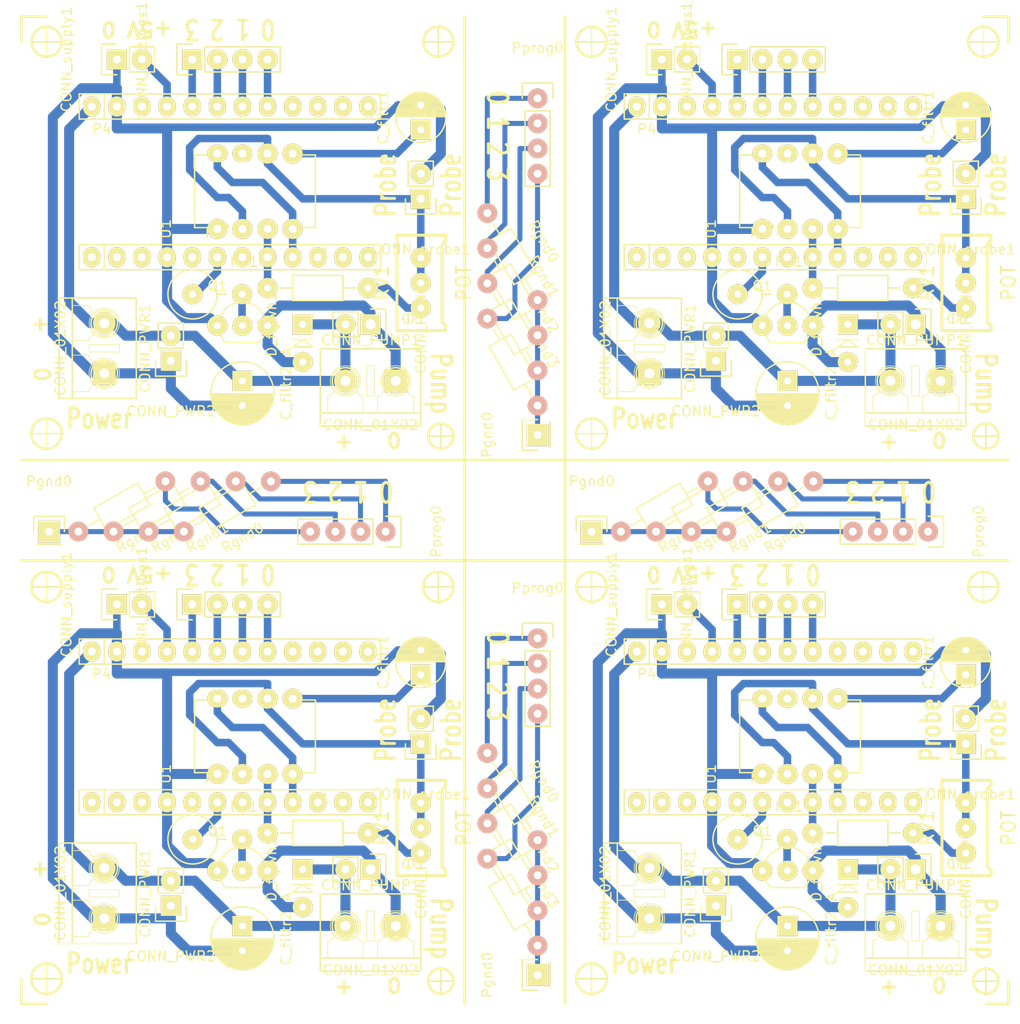
<source format=kicad_pcb>
(kicad_pcb (version 4) (host pcbnew 4.0.1-3.201512161002+6197~38~ubuntu14.04.1-stable)
  (title_block (date "sam. 04 avril 2015"))
  (layers (0 F.Cu signal) (31 B.Cu signal) (34 B.Paste user) (35 F.Paste user) (36 B.SilkS user) (37 F.SilkS user) (38 B.Mask user) (39 F.Mask user) (44 Edge.Cuts user))
  (net 0 "")
  (net 1 "/1(Tx)")
  (net 2 "/0(Rx)")
  (net 3 /Reset)
  (net 4 GND)
  (net 5 /2)
  (net 6 "/3(**)")
  (net 7 /4)
  (net 8 "/5(**)")
  (net 9 /7)
  (net 10 /8)
  (net 11 "/9(**)")
  (net 12 VCC)
  (net 13 /A3)
  (net 14 /A2)
  (net 15 /A1)
  (net 16 /A0)
  (net 17 "/13(SCK)")
  (net 18 "/12(MISO)")
  (net 19 "/11(**/MOSI)")
  (net 20 "/10(**/SS)")
  (net 21 "Net-(CONN_probe1-Pad1)")
  (net 22 "Net-(CONN_PUMP1-Pad1)")
  (net 23 +12V)
  (net 24 "Net-(C_filtr1-Pad1)")
  (net 25 "Net-(Q1-Pad2)")
  (net 26 "Net-(R1-Pad2)")
  (net 27 "Net-(U1-Pad7)")
  (net 28 "Net-(Pgnd0-Pad1)")
  (net 29 "Net-(Pprog0-Pad1)")
  (net 30 "Net-(Pprog0-Pad2)")
  (net 31 "Net-(Pprog0-Pad3)")
  (net 32 "Net-(Pprog0-Pad4)")
  (module Pin_Headers:Pin_Header_Straight_1x01 (layer F.Cu) (at 83.693 148.971 90)
    (fp_text reference Pgnd0 (at 0 -5.1 90) (layer F.SilkS))
    (fp_text value CONN_01X01)
    (pad 1 thru_hole rect (at 0 0 90) (size 2.2352 2.2352) (drill 0.8) (layers *.Cu *.Mask F.SilkS) (net 28 "Net-(Pgnd0-Pad1)"))
  )
  (module Pin_Headers:Pin_Header_Straight_1x04 (layer F.Cu) (at 83.693 114.935)
    (fp_text reference Pprog0 (at 0 -5.1) (layer F.SilkS))
    (fp_text value CONN_01X04)
    (pad 1 thru_hole circle (at 0 0) (size 1.99898 1.99898) (drill 0.8) (layers *.Cu *.SilkS *.Mask) (net 29 "Net-(Pprog0-Pad1)"))
    (pad 2 thru_hole circle (at 0 2.54) (size 1.99898 1.99898) (drill 0.8) (layers *.Cu *.SilkS *.Mask) (net 30 "Net-(Pprog0-Pad2)"))
    (pad 3 thru_hole circle (at 0 5.08) (size 1.99898 1.99898) (drill 0.8) (layers *.Cu *.SilkS *.Mask) (net 31 "Net-(Pprog0-Pad3)"))
    (pad 4 thru_hole circle (at 0 7.62) (size 1.99898 1.99898) (drill 0.8) (layers *.Cu *.SilkS *.Mask) (net 32 "Net-(Pprog0-Pad4)"))
  )
  (module Resistors_ThroughHole:Resistor_Horizontal_RM10mm (layer F.Cu) (at 81.153 130.937 300)
    (fp_text reference Rgnd0 (at 0.24892 -3.50012 300) (layer F.SilkS))
    (fp_text value 100R)
    (pad 1 thru_hole circle (at -5.08 0 300) (size 1.99898 1.99898) (drill 0.8) (layers *.Cu *.SilkS *.Mask) (net 29 "Net-(Pprog0-Pad1)"))
    (pad 2 thru_hole circle (at 5.08 0 300) (size 1.99898 1.99898) (drill 0.8) (layers *.Cu *.SilkS *.Mask) (net 28 "Net-(Pgnd0-Pad1)"))
  )
  (module Resistors_ThroughHole:Resistor_Horizontal_RM10mm (layer F.Cu) (at 81.153 134.493 300)
    (fp_text reference Rgnd1 (at 0.24892 -3.50012 300) (layer F.SilkS))
    (fp_text value 100R)
    (pad 1 thru_hole circle (at -5.08 0 300) (size 1.99898 1.99898) (drill 0.8) (layers *.Cu *.SilkS *.Mask) (net 30 "Net-(Pprog0-Pad2)"))
    (pad 2 thru_hole circle (at 5.08 0 300) (size 1.99898 1.99898) (drill 0.8) (layers *.Cu *.SilkS *.Mask) (net 28 "Net-(Pgnd0-Pad1)"))
  )
  (module Resistors_ThroughHole:Resistor_Horizontal_RM10mm (layer F.Cu) (at 81.153 138.049 300)
    (fp_text reference Rgnd2 (at 0.24892 -3.50012 300) (layer F.SilkS))
    (fp_text value 100R)
    (pad 1 thru_hole circle (at -5.08 0 300) (size 1.99898 1.99898) (drill 0.8) (layers *.Cu *.SilkS *.Mask) (net 31 "Net-(Pprog0-Pad3)"))
    (pad 2 thru_hole circle (at 5.08 0 300) (size 1.99898 1.99898) (drill 0.8) (layers *.Cu *.SilkS *.Mask) (net 28 "Net-(Pgnd0-Pad1)"))
  )
  (module Resistors_ThroughHole:Resistor_Horizontal_RM10mm (layer F.Cu) (at 81.153 141.605 300)
    (fp_text reference Rgnd3 (at 0.24892 -3.50012 300) (layer F.SilkS))
    (fp_text value 100R)
    (pad 1 thru_hole circle (at -5.08 0 300) (size 1.99898 1.99898) (drill 0.8) (layers *.Cu *.SilkS *.Mask) (net 32 "Net-(Pprog0-Pad4)"))
    (pad 2 thru_hole circle (at 5.08 0 300) (size 1.99898 1.99898) (drill 0.8) (layers *.Cu *.SilkS *.Mask) (net 28 "Net-(Pgnd0-Pad1)"))
  )
  (module Resistors_ThroughHole:Resistor_Horizontal_RM10mm (layer F.Cu) (at 81.153 86.995 300)
    (fp_text reference Rgnd3 (at 0.24892 -3.50012 300) (layer F.SilkS))
    (fp_text value 100R)
    (pad 1 thru_hole circle (at -5.08 0 300) (size 1.99898 1.99898) (drill 0.8) (layers *.Cu *.SilkS *.Mask) (net 32 "Net-(Pprog0-Pad4)"))
    (pad 2 thru_hole circle (at 5.08 0 300) (size 1.99898 1.99898) (drill 0.8) (layers *.Cu *.SilkS *.Mask) (net 28 "Net-(Pgnd0-Pad1)"))
  )
  (module Resistors_ThroughHole:Resistor_Horizontal_RM10mm (layer F.Cu) (at 81.153 83.439 300)
    (fp_text reference Rgnd2 (at 0.24892 -3.50012 300) (layer F.SilkS))
    (fp_text value 100R)
    (pad 1 thru_hole circle (at -5.08 0 300) (size 1.99898 1.99898) (drill 0.8) (layers *.Cu *.SilkS *.Mask) (net 31 "Net-(Pprog0-Pad3)"))
    (pad 2 thru_hole circle (at 5.08 0 300) (size 1.99898 1.99898) (drill 0.8) (layers *.Cu *.SilkS *.Mask) (net 28 "Net-(Pgnd0-Pad1)"))
  )
  (module Resistors_ThroughHole:Resistor_Horizontal_RM10mm (layer F.Cu) (at 81.153 79.883 300)
    (fp_text reference Rgnd1 (at 0.24892 -3.50012 300) (layer F.SilkS))
    (fp_text value 100R)
    (pad 1 thru_hole circle (at -5.08 0 300) (size 1.99898 1.99898) (drill 0.8) (layers *.Cu *.SilkS *.Mask) (net 30 "Net-(Pprog0-Pad2)"))
    (pad 2 thru_hole circle (at 5.08 0 300) (size 1.99898 1.99898) (drill 0.8) (layers *.Cu *.SilkS *.Mask) (net 28 "Net-(Pgnd0-Pad1)"))
  )
  (module Resistors_ThroughHole:Resistor_Horizontal_RM10mm (layer F.Cu) (at 81.153 76.327 300)
    (fp_text reference Rgnd0 (at 0.24892 -3.50012 300) (layer F.SilkS))
    (fp_text value 100R)
    (pad 1 thru_hole circle (at -5.08 0 300) (size 1.99898 1.99898) (drill 0.8) (layers *.Cu *.SilkS *.Mask) (net 29 "Net-(Pprog0-Pad1)"))
    (pad 2 thru_hole circle (at 5.08 0 300) (size 1.99898 1.99898) (drill 0.8) (layers *.Cu *.SilkS *.Mask) (net 28 "Net-(Pgnd0-Pad1)"))
  )
  (module Pin_Headers:Pin_Header_Straight_1x04 (layer F.Cu) (at 83.693 60.325)
    (fp_text reference Pprog0 (at 0 -5.1) (layer F.SilkS))
    (fp_text value CONN_01X04)
    (pad 1 thru_hole circle (at 0 0) (size 1.99898 1.99898) (drill 0.8) (layers *.Cu *.SilkS *.Mask) (net 29 "Net-(Pprog0-Pad1)"))
    (pad 2 thru_hole circle (at 0 2.54) (size 1.99898 1.99898) (drill 0.8) (layers *.Cu *.SilkS *.Mask) (net 30 "Net-(Pprog0-Pad2)"))
    (pad 3 thru_hole circle (at 0 5.08) (size 1.99898 1.99898) (drill 0.8) (layers *.Cu *.SilkS *.Mask) (net 31 "Net-(Pprog0-Pad3)"))
    (pad 4 thru_hole circle (at 0 7.62) (size 1.99898 1.99898) (drill 0.8) (layers *.Cu *.SilkS *.Mask) (net 32 "Net-(Pprog0-Pad4)"))
  )
  (module Pin_Headers:Pin_Header_Straight_1x01 (layer F.Cu) (at 83.693 94.361 90)
    (fp_text reference Pgnd0 (at 0 -5.1 90) (layer F.SilkS))
    (fp_text value CONN_01X01)
    (pad 1 thru_hole rect (at 0 0 90) (size 2.2352 2.2352) (drill 0.8) (layers *.Cu *.Mask F.SilkS) (net 28 "Net-(Pgnd0-Pad1)"))
  )
  (module Pin_Headers:Pin_Header_Straight_1x01 (layer F.Cu) (at 89.154 104.14)
    (fp_text reference Pgnd0 (at 0 -5.1) (layer F.SilkS))
    (fp_text value CONN_01X01)
    (pad 1 thru_hole rect (at 0 0) (size 2.2352 2.2352) (drill 0.8) (layers *.Cu *.Mask F.SilkS) (net 28 "Net-(Pgnd0-Pad1)"))
  )
  (module Pin_Headers:Pin_Header_Straight_1x04 (layer F.Cu) (at 123.19 104.14 270)
    (fp_text reference Pprog0 (at 0 -5.1 270) (layer F.SilkS))
    (fp_text value CONN_01X04)
    (pad 1 thru_hole circle (at 0 0 270) (size 1.99898 1.99898) (drill 0.8) (layers *.Cu *.SilkS *.Mask) (net 29 "Net-(Pprog0-Pad1)"))
    (pad 2 thru_hole circle (at 0 2.54 270) (size 1.99898 1.99898) (drill 0.8) (layers *.Cu *.SilkS *.Mask) (net 30 "Net-(Pprog0-Pad2)"))
    (pad 3 thru_hole circle (at 0 5.08 270) (size 1.99898 1.99898) (drill 0.8) (layers *.Cu *.SilkS *.Mask) (net 31 "Net-(Pprog0-Pad3)"))
    (pad 4 thru_hole circle (at 0 7.62 270) (size 1.99898 1.99898) (drill 0.8) (layers *.Cu *.SilkS *.Mask) (net 32 "Net-(Pprog0-Pad4)"))
  )
  (module Resistors_ThroughHole:Resistor_Horizontal_RM10mm (layer F.Cu) (at 107.188 101.6 210)
    (fp_text reference Rgnd0 (at 0.24892 -3.50012 210) (layer F.SilkS))
    (fp_text value 100R)
    (pad 1 thru_hole circle (at -5.08 0 210) (size 1.99898 1.99898) (drill 0.8) (layers *.Cu *.SilkS *.Mask) (net 29 "Net-(Pprog0-Pad1)"))
    (pad 2 thru_hole circle (at 5.08 0 210) (size 1.99898 1.99898) (drill 0.8) (layers *.Cu *.SilkS *.Mask) (net 28 "Net-(Pgnd0-Pad1)"))
  )
  (module Resistors_ThroughHole:Resistor_Horizontal_RM10mm (layer F.Cu) (at 103.632 101.6 210)
    (fp_text reference Rgnd1 (at 0.24892 -3.50012 210) (layer F.SilkS))
    (fp_text value 100R)
    (pad 1 thru_hole circle (at -5.08 0 210) (size 1.99898 1.99898) (drill 0.8) (layers *.Cu *.SilkS *.Mask) (net 30 "Net-(Pprog0-Pad2)"))
    (pad 2 thru_hole circle (at 5.08 0 210) (size 1.99898 1.99898) (drill 0.8) (layers *.Cu *.SilkS *.Mask) (net 28 "Net-(Pgnd0-Pad1)"))
  )
  (module Resistors_ThroughHole:Resistor_Horizontal_RM10mm (layer F.Cu) (at 100.076 101.6 210)
    (fp_text reference Rgnd2 (at 0.24892 -3.50012 210) (layer F.SilkS))
    (fp_text value 100R)
    (pad 1 thru_hole circle (at -5.08 0 210) (size 1.99898 1.99898) (drill 0.8) (layers *.Cu *.SilkS *.Mask) (net 31 "Net-(Pprog0-Pad3)"))
    (pad 2 thru_hole circle (at 5.08 0 210) (size 1.99898 1.99898) (drill 0.8) (layers *.Cu *.SilkS *.Mask) (net 28 "Net-(Pgnd0-Pad1)"))
  )
  (module Resistors_ThroughHole:Resistor_Horizontal_RM10mm (layer F.Cu) (at 96.52 101.6 210)
    (fp_text reference Rgnd3 (at 0.24892 -3.50012 210) (layer F.SilkS))
    (fp_text value 100R)
    (pad 1 thru_hole circle (at -5.08 0 210) (size 1.99898 1.99898) (drill 0.8) (layers *.Cu *.SilkS *.Mask) (net 32 "Net-(Pprog0-Pad4)"))
    (pad 2 thru_hole circle (at 5.08 0 210) (size 1.99898 1.99898) (drill 0.8) (layers *.Cu *.SilkS *.Mask) (net 28 "Net-(Pgnd0-Pad1)"))
  )
  (module TO_SOT_Packages_THT:TO-92_Inline_Wide (layer F.Cu) (at 106.426 138.43)
    (fp_text reference Q1 (at 0 -4 180) (layer F.SilkS))
    (fp_text value 2N2222)
    (pad 2 thru_hole oval (at 2.54 0) (size 2.032 2.032) (drill 0.7) (layers *.Cu *.Mask F.SilkS) (net 25 "Net-(Q1-Pad2)"))
    (pad 3 thru_hole oval (at 5.08 0) (size 2.032 2.032) (drill 0.7) (layers *.Cu *.Mask F.SilkS) (net 22 "Net-(CONN_PUMP1-Pad1)"))
    (pad 1 thru_hole oval (at 0 0) (size 2.032 2.032) (drill 0.7) (layers *.Cu *.Mask F.SilkS) (net 4 GND))
  )
  (module Socket_Arduino_Pro_Mini:Socket_Strip_Arduino_1x12 (layer F.Cu) (at 93.726 131.5085)
    (fp_text reference P1 (at 13.97 -2.794) (layer F.SilkS))
    (fp_text value Digital)
    (pad 1 thru_hole oval (at 0 0) (size 1.7272 2.032) (drill 0.8) (layers *.Cu *.Mask F.SilkS) (net 1 "/1(Tx)"))
    (pad 2 thru_hole oval (at 2.54 0) (size 1.7272 2.032) (drill 0.8) (layers *.Cu *.Mask F.SilkS) (net 2 "/0(Rx)"))
    (pad 3 thru_hole oval (at 5.08 0) (size 1.7272 2.032) (drill 0.8) (layers *.Cu *.Mask F.SilkS) (net 3 /Reset))
    (pad 4 thru_hole oval (at 7.62 0) (size 1.7272 2.032) (drill 0.8) (layers *.Cu *.Mask F.SilkS) (net 4 GND))
    (pad 5 thru_hole oval (at 10.16 0) (size 1.7272 2.032) (drill 0.8) (layers *.Cu *.Mask F.SilkS) (net 5 /2))
    (pad 6 thru_hole oval (at 12.7 0) (size 1.7272 2.032) (drill 0.8) (layers *.Cu *.Mask F.SilkS) (net 6 "/3(**)"))
    (pad 7 thru_hole oval (at 15.24 0) (size 1.7272 2.032) (drill 0.8) (layers *.Cu *.Mask F.SilkS) (net 7 /4))
    (pad 8 thru_hole oval (at 17.78 0) (size 1.7272 2.032) (drill 0.8) (layers *.Cu *.Mask F.SilkS) (net 8 "/5(**)"))
    (pad 9 thru_hole oval (at 20.32 0) (size 1.7272 2.032) (drill 0.8) (layers *.Cu *.Mask F.SilkS) (net 12 VCC))
    (pad 10 thru_hole oval (at 22.86 0) (size 1.7272 2.032) (drill 0.8) (layers *.Cu *.Mask F.SilkS) (net 9 /7))
    (pad 11 thru_hole oval (at 25.4 0) (size 1.7272 2.032) (drill 0.8) (layers *.Cu *.Mask F.SilkS) (net 10 /8))
    (pad 12 thru_hole oval (at 27.94 0) (size 1.7272 2.032) (drill 0.8) (layers *.Cu *.Mask F.SilkS) (net 11 "/9(**)"))
  )
  (module Socket_Arduino_Pro_Mini:Socket_Strip_Arduino_1x12 (layer F.Cu) (at 93.726 116.2685)
    (fp_text reference P4 (at 1.016 2.286) (layer F.SilkS))
    (fp_text value Analog)
    (pad 1 thru_hole oval (at 0 0) (size 1.7272 2.032) (drill 0.8) (layers *.Cu *.Mask F.SilkS) (net 23 +12V))
    (pad 2 thru_hole oval (at 2.54 0) (size 1.7272 2.032) (drill 0.8) (layers *.Cu *.Mask F.SilkS) (net 4 GND))
    (pad 3 thru_hole oval (at 5.08 0) (size 1.7272 2.032) (drill 0.8) (layers *.Cu *.Mask F.SilkS) (net 3 /Reset))
    (pad 4 thru_hole oval (at 7.62 0) (size 1.7272 2.032) (drill 0.8) (layers *.Cu *.Mask F.SilkS) (net 12 VCC))
    (pad 5 thru_hole oval (at 10.16 0) (size 1.7272 2.032) (drill 0.8) (layers *.Cu *.Mask F.SilkS) (net 13 /A3))
    (pad 6 thru_hole oval (at 12.7 0) (size 1.7272 2.032) (drill 0.8) (layers *.Cu *.Mask F.SilkS) (net 14 /A2))
    (pad 7 thru_hole oval (at 15.24 0) (size 1.7272 2.032) (drill 0.8) (layers *.Cu *.Mask F.SilkS) (net 15 /A1))
    (pad 8 thru_hole oval (at 17.78 0) (size 1.7272 2.032) (drill 0.8) (layers *.Cu *.Mask F.SilkS) (net 16 /A0))
    (pad 9 thru_hole oval (at 20.32 0) (size 1.7272 2.032) (drill 0.8) (layers *.Cu *.Mask F.SilkS) (net 17 "/13(SCK)"))
    (pad 10 thru_hole oval (at 22.86 0) (size 1.7272 2.032) (drill 0.8) (layers *.Cu *.Mask F.SilkS) (net 18 "/12(MISO)"))
    (pad 11 thru_hole oval (at 25.4 0) (size 1.7272 2.032) (drill 0.8) (layers *.Cu *.Mask F.SilkS) (net 19 "/11(**/MOSI)"))
    (pad 12 thru_hole oval (at 27.94 0) (size 1.7272 2.032) (drill 0.8) (layers *.Cu *.Mask F.SilkS) (net 20 "/10(**/SS)"))
  )
  (module Pin_Headers:Pin_Header_Straight_1x02 (layer F.Cu) (at 127 125.603 180)
    (fp_text reference CONN_probe1 (at 0 -5.1 180) (layer F.SilkS))
    (fp_text value CONN_01X02)
    (pad 1 thru_hole rect (at 0 0 180) (size 2.032 2.032) (drill 0.8) (layers *.Cu *.Mask F.SilkS) (net 21 "Net-(CONN_probe1-Pad1)"))
    (pad 2 thru_hole oval (at 0 2.54 180) (size 2.032 2.032) (drill 0.8) (layers *.Cu *.Mask F.SilkS) (net 4 GND))
  )
  (module colo-termblocks:KF301-2P-B (layer F.Cu) (at 121.92 144.018 180)
    (fp_text reference CONN_PUMP1 (at 0 4.1275 180) (layer F.SilkS))
    (fp_text value CONN_01X02 (at 0 -4.445 180) (layer F.SilkS))
    (pad 1 thru_hole rect (at -2.54 0 180) (size 2.286 2.286) (drill 1) (layers *.Cu *.Mask F.SilkS) (net 22 "Net-(CONN_PUMP1-Pad1)"))
    (pad 2 thru_hole circle (at 2.54 0 180) (size 2.286 2.286) (drill 1) (layers *.Cu *.Mask F.SilkS) (net 23 +12V))
  )
  (module Pin_Headers:Pin_Header_Straight_1x02 (layer F.Cu) (at 121.92 138.303 270)
    (fp_text reference CONN_PUMP2 (at 0 -5.1 270) (layer F.SilkS))
    (fp_text value CONN_01X02)
    (pad 1 thru_hole rect (at 0 0 270) (size 2.032 2.032) (drill 1.016) (layers *.Cu *.Mask F.SilkS) (net 22 "Net-(CONN_PUMP1-Pad1)"))
    (pad 2 thru_hole oval (at 0 2.54 270) (size 2.032 2.032) (drill 0.8) (layers *.Cu *.Mask F.SilkS) (net 23 +12V))
  )
  (module colo-termblocks:KF301-2P-B (layer F.Cu) (at 94.996 140.716 90)
    (fp_text reference CONN_PWR1 (at 0 4.1275 90) (layer F.SilkS))
    (fp_text value CONN_01X02 (at 0 -4.445 90) (layer F.SilkS))
    (pad 1 thru_hole rect (at -2.54 0 90) (size 2.286 2.286) (drill 1) (layers *.Cu *.Mask F.SilkS) (net 4 GND))
    (pad 2 thru_hole circle (at 2.54 0 90) (size 2.286 2.286) (drill 1) (layers *.Cu *.Mask F.SilkS) (net 23 +12V))
  )
  (module Pin_Headers:Pin_Header_Straight_1x02 (layer F.Cu) (at 101.727 141.986 180)
    (fp_text reference CONN_PWR2 (at 0 -5.1 180) (layer F.SilkS))
    (fp_text value CONN_01X02)
    (pad 1 thru_hole rect (at 0 0 180) (size 2.032 2.032) (drill 0.8) (layers *.Cu *.Mask F.SilkS) (net 4 GND))
    (pad 2 thru_hole oval (at 0 2.54 180) (size 2.032 2.032) (drill 0.8) (layers *.Cu *.Mask F.SilkS) (net 23 +12V))
  )
  (module Capacitors_ThroughHole:C_Radial_D5_L6_P2.5 (layer F.Cu) (at 127 118.618 90)
    (fp_text reference C_filtr1 (at 1.25 -3.8 90) (layer F.SilkS))
    (fp_text value CP1)
    (pad 1 thru_hole rect (at 0 0 90) (size 2.032 2.032) (drill 0.7) (layers *.Cu *.Mask F.SilkS) (net 24 "Net-(C_filtr1-Pad1)"))
    (pad 2 thru_hole oval (at 2.5 0 90) (size 2.032 2.032) (drill 0.7) (layers *.Cu *.Mask F.SilkS) (net 4 GND))
  )
  (module Resistors_ThroughHole:Resistor_Horizontal_RM10mm (layer F.Cu) (at 116.586 134.62)
    (fp_text reference R1 (at 0.24892 -3.50012) (layer F.SilkS))
    (fp_text value R)
    (pad 1 thru_hole oval (at -5.08 0) (size 2.032 2.032) (drill 0.7) (layers *.Cu *.Mask F.SilkS) (net 8 "/5(**)"))
    (pad 2 thru_hole oval (at 5.08 0) (size 2.032 2.032) (drill 0.7) (layers *.Cu *.Mask F.SilkS) (net 26 "Net-(R1-Pad2)"))
  )
  (module trimpot-cermet-btype:RV-bline (layer F.Cu) (at 127 134.112 90)
    (fp_text reference RV1 (at 0 -3.937 90) (layer F.SilkS) (effects (font (size 1.397 1.27) (thickness 0.2032))))
    (fp_text value POT (at 0 4.318 90) (layer F.SilkS) (effects (font (size 1.397 1.27) (thickness 0.2032))))
    (pad 1 thru_hole oval (at -2.54 0 90) (size 2.032 2.032) (drill 0.7) (layers *.Cu *.Mask F.SilkS) (net 26 "Net-(R1-Pad2)"))
    (pad 2 thru_hole oval (at 0 0 90) (size 2.032 2.032) (drill 0.7) (layers *.Cu *.Mask F.SilkS) (net 21 "Net-(CONN_probe1-Pad1)"))
    (pad 3 thru_hole oval (at 2.54 0 90) (size 2.032 2.032) (drill 0.7) (layers *.Cu *.Mask F.SilkS) (net 21 "Net-(CONN_probe1-Pad1)"))
  )
  (module Capacitors_ThroughHole:C_Radial_D6.3_L11.2_P2.5 (layer F.Cu) (at 108.966 144.018 270)
    (fp_text reference C_filtr2 (at 1.25 -4.4 270) (layer F.SilkS))
    (fp_text value CP1)
    (pad 2 thru_hole oval (at 2.5 0 270) (size 2.032 2.032) (drill 0.7) (layers *.Cu *.Mask F.SilkS) (net 4 GND))
    (pad 1 thru_hole rect (at 0 0 270) (size 2.032 2.032) (drill 0.7) (layers *.Cu *.Mask F.SilkS) (net 23 +12V))
  )
  (module Diodes_ThroughHole:Diode_DO-41_SOD81_Vertical_AnodeUp (layer F.Cu) (at 115.062 138.303 270)
    (fp_text reference D_flywh1 (at 0 3.175 270) (layer F.SilkS))
    (fp_text value D_Small)
    (fp_text user A (at 2.794 1.651 270) (layer F.SilkS))
    (pad 2 thru_hole oval (at 3.81 0 270) (size 2.032 2.032) (drill 0.7) (layers *.Cu *.Mask F.SilkS) (net 22 "Net-(CONN_PUMP1-Pad1)"))
    (pad 1 thru_hole rect (at 0 0 270) (size 2.032 2.032) (drill 0.7) (layers *.Cu *.Mask F.SilkS) (net 23 +12V))
  )
  (module Housings_DIP:DIP-8_W7.62mm (layer F.Cu) (at 106.426 128.651 90)
    (fp_text reference U1 (at 0 -5.22 90) (layer F.SilkS))
    (fp_text value LM555N)
    (pad 1 thru_hole oval (at 0 0 90) (size 2.032 2.032) (drill 0.8) (layers *.Cu *.Mask F.SilkS) (net 4 GND))
    (pad 2 thru_hole oval (at 0 2.54 90) (size 2.032 2.032) (drill 0.8) (layers *.Cu *.Mask F.SilkS) (net 21 "Net-(CONN_probe1-Pad1)"))
    (pad 3 thru_hole oval (at 0 5.08 90) (size 2.032 2.032) (drill 0.8) (layers *.Cu *.Mask F.SilkS) (net 8 "/5(**)"))
    (pad 4 thru_hole oval (at 0 7.62 90) (size 2.032 2.032) (drill 0.8) (layers *.Cu *.Mask F.SilkS) (net 12 VCC))
    (pad 5 thru_hole oval (at 7.62 7.62 90) (size 2.032 2.032) (drill 0.8) (layers *.Cu *.Mask F.SilkS) (net 24 "Net-(C_filtr1-Pad1)"))
    (pad 6 thru_hole oval (at 7.62 5.08 90) (size 2.032 2.032) (drill 0.8) (layers *.Cu *.Mask F.SilkS) (net 21 "Net-(CONN_probe1-Pad1)"))
    (pad 7 thru_hole oval (at 7.62 2.54 90) (size 1.778 2.032) (drill 0.8) (layers *.Cu *.Mask F.SilkS) (net 27 "Net-(U1-Pad7)"))
    (pad 8 thru_hole oval (at 7.62 0 90) (size 1.778 2.032) (drill 0.8) (layers *.Cu *.Mask F.SilkS) (net 12 VCC))
  )
  (module Resistors_ThroughHole:Resistor_Vertical_RM5mm (layer F.Cu) (at 106.426 135.255)
    (fp_text reference Rb1 (at 2.70002 -3.29946) (layer F.SilkS))
    (fp_text value 470R)
    (pad 1 thru_hole oval (at -2.49936 0) (size 2.032 2.032) (drill 0.7) (layers *.Cu *.Mask F.SilkS) (net 6 "/3(**)"))
    (pad 2 thru_hole oval (at 2.5019 0) (size 2.032 2.032) (drill 0.7) (layers *.Cu *.Mask F.SilkS) (net 25 "Net-(Q1-Pad2)"))
  )
  (module Pin_Headers:Pin_Header_Straight_1x04 (layer F.Cu) (at 103.886 111.506 90)
    (fp_text reference CONN_settings1 (at 0 -5.1 90) (layer F.SilkS))
    (fp_text value CONN_01X04)
    (pad 1 thru_hole rect (at 0 0 90) (size 2.032 2.032) (drill 0.8) (layers *.Cu *.Mask F.SilkS) (net 13 /A3))
    (pad 2 thru_hole oval (at 0 2.54 90) (size 2.032 2.032) (drill 0.8) (layers *.Cu *.Mask F.SilkS) (net 14 /A2))
    (pad 3 thru_hole oval (at 0 5.08 90) (size 2.032 2.032) (drill 0.8) (layers *.Cu *.Mask F.SilkS) (net 15 /A1))
    (pad 4 thru_hole oval (at 0 7.62 90) (size 2.032 2.032) (drill 0.8) (layers *.Cu *.Mask F.SilkS) (net 16 /A0))
  )
  (module Pin_Headers:Pin_Header_Straight_1x02 (layer F.Cu) (at 96.266 111.506 90)
    (fp_text reference CONN_supply1 (at 0 -5.1 90) (layer F.SilkS))
    (fp_text value CONN_01X02)
    (pad 1 thru_hole rect (at 0 0 90) (size 2.032 2.032) (drill 0.8) (layers *.Cu *.Mask F.SilkS) (net 4 GND))
    (pad 2 thru_hole oval (at 0 2.54 90) (size 2.032 2.032) (drill 0.8) (layers *.Cu *.Mask F.SilkS) (net 12 VCC))
  )
  (module TO_SOT_Packages_THT:TO-92_Inline_Wide (layer F.Cu) (at 106.426 83.312)
    (fp_text reference Q1 (at 0 -4 180) (layer F.SilkS))
    (fp_text value 2N2222)
    (pad 2 thru_hole oval (at 2.54 0) (size 2.032 2.032) (drill 0.7) (layers *.Cu *.Mask F.SilkS) (net 25 "Net-(Q1-Pad2)"))
    (pad 3 thru_hole oval (at 5.08 0) (size 2.032 2.032) (drill 0.7) (layers *.Cu *.Mask F.SilkS) (net 22 "Net-(CONN_PUMP1-Pad1)"))
    (pad 1 thru_hole oval (at 0 0) (size 2.032 2.032) (drill 0.7) (layers *.Cu *.Mask F.SilkS) (net 4 GND))
  )
  (module Socket_Arduino_Pro_Mini:Socket_Strip_Arduino_1x12 (layer F.Cu) (at 93.726 76.3905)
    (fp_text reference P1 (at 13.97 -2.794) (layer F.SilkS))
    (fp_text value Digital)
    (pad 1 thru_hole oval (at 0 0) (size 1.7272 2.032) (drill 0.8) (layers *.Cu *.Mask F.SilkS) (net 1 "/1(Tx)"))
    (pad 2 thru_hole oval (at 2.54 0) (size 1.7272 2.032) (drill 0.8) (layers *.Cu *.Mask F.SilkS) (net 2 "/0(Rx)"))
    (pad 3 thru_hole oval (at 5.08 0) (size 1.7272 2.032) (drill 0.8) (layers *.Cu *.Mask F.SilkS) (net 3 /Reset))
    (pad 4 thru_hole oval (at 7.62 0) (size 1.7272 2.032) (drill 0.8) (layers *.Cu *.Mask F.SilkS) (net 4 GND))
    (pad 5 thru_hole oval (at 10.16 0) (size 1.7272 2.032) (drill 0.8) (layers *.Cu *.Mask F.SilkS) (net 5 /2))
    (pad 6 thru_hole oval (at 12.7 0) (size 1.7272 2.032) (drill 0.8) (layers *.Cu *.Mask F.SilkS) (net 6 "/3(**)"))
    (pad 7 thru_hole oval (at 15.24 0) (size 1.7272 2.032) (drill 0.8) (layers *.Cu *.Mask F.SilkS) (net 7 /4))
    (pad 8 thru_hole oval (at 17.78 0) (size 1.7272 2.032) (drill 0.8) (layers *.Cu *.Mask F.SilkS) (net 8 "/5(**)"))
    (pad 9 thru_hole oval (at 20.32 0) (size 1.7272 2.032) (drill 0.8) (layers *.Cu *.Mask F.SilkS) (net 12 VCC))
    (pad 10 thru_hole oval (at 22.86 0) (size 1.7272 2.032) (drill 0.8) (layers *.Cu *.Mask F.SilkS) (net 9 /7))
    (pad 11 thru_hole oval (at 25.4 0) (size 1.7272 2.032) (drill 0.8) (layers *.Cu *.Mask F.SilkS) (net 10 /8))
    (pad 12 thru_hole oval (at 27.94 0) (size 1.7272 2.032) (drill 0.8) (layers *.Cu *.Mask F.SilkS) (net 11 "/9(**)"))
  )
  (module Socket_Arduino_Pro_Mini:Socket_Strip_Arduino_1x12 (layer F.Cu) (at 93.726 61.1505)
    (fp_text reference P4 (at 1.016 2.286) (layer F.SilkS))
    (fp_text value Analog)
    (pad 1 thru_hole oval (at 0 0) (size 1.7272 2.032) (drill 0.8) (layers *.Cu *.Mask F.SilkS) (net 23 +12V))
    (pad 2 thru_hole oval (at 2.54 0) (size 1.7272 2.032) (drill 0.8) (layers *.Cu *.Mask F.SilkS) (net 4 GND))
    (pad 3 thru_hole oval (at 5.08 0) (size 1.7272 2.032) (drill 0.8) (layers *.Cu *.Mask F.SilkS) (net 3 /Reset))
    (pad 4 thru_hole oval (at 7.62 0) (size 1.7272 2.032) (drill 0.8) (layers *.Cu *.Mask F.SilkS) (net 12 VCC))
    (pad 5 thru_hole oval (at 10.16 0) (size 1.7272 2.032) (drill 0.8) (layers *.Cu *.Mask F.SilkS) (net 13 /A3))
    (pad 6 thru_hole oval (at 12.7 0) (size 1.7272 2.032) (drill 0.8) (layers *.Cu *.Mask F.SilkS) (net 14 /A2))
    (pad 7 thru_hole oval (at 15.24 0) (size 1.7272 2.032) (drill 0.8) (layers *.Cu *.Mask F.SilkS) (net 15 /A1))
    (pad 8 thru_hole oval (at 17.78 0) (size 1.7272 2.032) (drill 0.8) (layers *.Cu *.Mask F.SilkS) (net 16 /A0))
    (pad 9 thru_hole oval (at 20.32 0) (size 1.7272 2.032) (drill 0.8) (layers *.Cu *.Mask F.SilkS) (net 17 "/13(SCK)"))
    (pad 10 thru_hole oval (at 22.86 0) (size 1.7272 2.032) (drill 0.8) (layers *.Cu *.Mask F.SilkS) (net 18 "/12(MISO)"))
    (pad 11 thru_hole oval (at 25.4 0) (size 1.7272 2.032) (drill 0.8) (layers *.Cu *.Mask F.SilkS) (net 19 "/11(**/MOSI)"))
    (pad 12 thru_hole oval (at 27.94 0) (size 1.7272 2.032) (drill 0.8) (layers *.Cu *.Mask F.SilkS) (net 20 "/10(**/SS)"))
  )
  (module Pin_Headers:Pin_Header_Straight_1x02 (layer F.Cu) (at 127 70.485 180)
    (fp_text reference CONN_probe1 (at 0 -5.1 180) (layer F.SilkS))
    (fp_text value CONN_01X02)
    (pad 1 thru_hole rect (at 0 0 180) (size 2.032 2.032) (drill 0.8) (layers *.Cu *.Mask F.SilkS) (net 21 "Net-(CONN_probe1-Pad1)"))
    (pad 2 thru_hole oval (at 0 2.54 180) (size 2.032 2.032) (drill 0.8) (layers *.Cu *.Mask F.SilkS) (net 4 GND))
  )
  (module colo-termblocks:KF301-2P-B (layer F.Cu) (at 121.92 88.9 180)
    (fp_text reference CONN_PUMP1 (at 0 4.1275 180) (layer F.SilkS))
    (fp_text value CONN_01X02 (at 0 -4.445 180) (layer F.SilkS))
    (pad 1 thru_hole rect (at -2.54 0 180) (size 2.286 2.286) (drill 1) (layers *.Cu *.Mask F.SilkS) (net 22 "Net-(CONN_PUMP1-Pad1)"))
    (pad 2 thru_hole circle (at 2.54 0 180) (size 2.286 2.286) (drill 1) (layers *.Cu *.Mask F.SilkS) (net 23 +12V))
  )
  (module Pin_Headers:Pin_Header_Straight_1x02 (layer F.Cu) (at 121.92 83.185 270)
    (fp_text reference CONN_PUMP2 (at 0 -5.1 270) (layer F.SilkS))
    (fp_text value CONN_01X02)
    (pad 1 thru_hole rect (at 0 0 270) (size 2.032 2.032) (drill 1.016) (layers *.Cu *.Mask F.SilkS) (net 22 "Net-(CONN_PUMP1-Pad1)"))
    (pad 2 thru_hole oval (at 0 2.54 270) (size 2.032 2.032) (drill 0.8) (layers *.Cu *.Mask F.SilkS) (net 23 +12V))
  )
  (module colo-termblocks:KF301-2P-B (layer F.Cu) (at 94.996 85.598 90)
    (fp_text reference CONN_PWR1 (at 0 4.1275 90) (layer F.SilkS))
    (fp_text value CONN_01X02 (at 0 -4.445 90) (layer F.SilkS))
    (pad 1 thru_hole rect (at -2.54 0 90) (size 2.286 2.286) (drill 1) (layers *.Cu *.Mask F.SilkS) (net 4 GND))
    (pad 2 thru_hole circle (at 2.54 0 90) (size 2.286 2.286) (drill 1) (layers *.Cu *.Mask F.SilkS) (net 23 +12V))
  )
  (module Pin_Headers:Pin_Header_Straight_1x02 (layer F.Cu) (at 101.727 86.868 180)
    (fp_text reference CONN_PWR2 (at 0 -5.1 180) (layer F.SilkS))
    (fp_text value CONN_01X02)
    (pad 1 thru_hole rect (at 0 0 180) (size 2.032 2.032) (drill 0.8) (layers *.Cu *.Mask F.SilkS) (net 4 GND))
    (pad 2 thru_hole oval (at 0 2.54 180) (size 2.032 2.032) (drill 0.8) (layers *.Cu *.Mask F.SilkS) (net 23 +12V))
  )
  (module Capacitors_ThroughHole:C_Radial_D5_L6_P2.5 (layer F.Cu) (at 127 63.5 90)
    (fp_text reference C_filtr1 (at 1.25 -3.8 90) (layer F.SilkS))
    (fp_text value CP1)
    (pad 1 thru_hole rect (at 0 0 90) (size 2.032 2.032) (drill 0.7) (layers *.Cu *.Mask F.SilkS) (net 24 "Net-(C_filtr1-Pad1)"))
    (pad 2 thru_hole oval (at 2.5 0 90) (size 2.032 2.032) (drill 0.7) (layers *.Cu *.Mask F.SilkS) (net 4 GND))
  )
  (module Resistors_ThroughHole:Resistor_Horizontal_RM10mm (layer F.Cu) (at 116.586 79.502)
    (fp_text reference R1 (at 0.24892 -3.50012) (layer F.SilkS))
    (fp_text value R)
    (pad 1 thru_hole oval (at -5.08 0) (size 2.032 2.032) (drill 0.7) (layers *.Cu *.Mask F.SilkS) (net 8 "/5(**)"))
    (pad 2 thru_hole oval (at 5.08 0) (size 2.032 2.032) (drill 0.7) (layers *.Cu *.Mask F.SilkS) (net 26 "Net-(R1-Pad2)"))
  )
  (module trimpot-cermet-btype:RV-bline (layer F.Cu) (at 127 78.994 90)
    (fp_text reference RV1 (at 0 -3.937 90) (layer F.SilkS) (effects (font (size 1.397 1.27) (thickness 0.2032))))
    (fp_text value POT (at 0 4.318 90) (layer F.SilkS) (effects (font (size 1.397 1.27) (thickness 0.2032))))
    (pad 1 thru_hole oval (at -2.54 0 90) (size 2.032 2.032) (drill 0.7) (layers *.Cu *.Mask F.SilkS) (net 26 "Net-(R1-Pad2)"))
    (pad 2 thru_hole oval (at 0 0 90) (size 2.032 2.032) (drill 0.7) (layers *.Cu *.Mask F.SilkS) (net 21 "Net-(CONN_probe1-Pad1)"))
    (pad 3 thru_hole oval (at 2.54 0 90) (size 2.032 2.032) (drill 0.7) (layers *.Cu *.Mask F.SilkS) (net 21 "Net-(CONN_probe1-Pad1)"))
  )
  (module Capacitors_ThroughHole:C_Radial_D6.3_L11.2_P2.5 (layer F.Cu) (at 108.966 88.9 270)
    (fp_text reference C_filtr2 (at 1.25 -4.4 270) (layer F.SilkS))
    (fp_text value CP1)
    (pad 2 thru_hole oval (at 2.5 0 270) (size 2.032 2.032) (drill 0.7) (layers *.Cu *.Mask F.SilkS) (net 4 GND))
    (pad 1 thru_hole rect (at 0 0 270) (size 2.032 2.032) (drill 0.7) (layers *.Cu *.Mask F.SilkS) (net 23 +12V))
  )
  (module Diodes_ThroughHole:Diode_DO-41_SOD81_Vertical_AnodeUp (layer F.Cu) (at 115.062 83.185 270)
    (fp_text reference D_flywh1 (at 0 3.175 270) (layer F.SilkS))
    (fp_text value D_Small)
    (fp_text user A (at 2.794 1.651 270) (layer F.SilkS))
    (pad 2 thru_hole oval (at 3.81 0 270) (size 2.032 2.032) (drill 0.7) (layers *.Cu *.Mask F.SilkS) (net 22 "Net-(CONN_PUMP1-Pad1)"))
    (pad 1 thru_hole rect (at 0 0 270) (size 2.032 2.032) (drill 0.7) (layers *.Cu *.Mask F.SilkS) (net 23 +12V))
  )
  (module Housings_DIP:DIP-8_W7.62mm (layer F.Cu) (at 106.426 73.533 90)
    (fp_text reference U1 (at 0 -5.22 90) (layer F.SilkS))
    (fp_text value LM555N)
    (pad 1 thru_hole oval (at 0 0 90) (size 2.032 2.032) (drill 0.8) (layers *.Cu *.Mask F.SilkS) (net 4 GND))
    (pad 2 thru_hole oval (at 0 2.54 90) (size 2.032 2.032) (drill 0.8) (layers *.Cu *.Mask F.SilkS) (net 21 "Net-(CONN_probe1-Pad1)"))
    (pad 3 thru_hole oval (at 0 5.08 90) (size 2.032 2.032) (drill 0.8) (layers *.Cu *.Mask F.SilkS) (net 8 "/5(**)"))
    (pad 4 thru_hole oval (at 0 7.62 90) (size 2.032 2.032) (drill 0.8) (layers *.Cu *.Mask F.SilkS) (net 12 VCC))
    (pad 5 thru_hole oval (at 7.62 7.62 90) (size 2.032 2.032) (drill 0.8) (layers *.Cu *.Mask F.SilkS) (net 24 "Net-(C_filtr1-Pad1)"))
    (pad 6 thru_hole oval (at 7.62 5.08 90) (size 2.032 2.032) (drill 0.8) (layers *.Cu *.Mask F.SilkS) (net 21 "Net-(CONN_probe1-Pad1)"))
    (pad 7 thru_hole oval (at 7.62 2.54 90) (size 1.778 2.032) (drill 0.8) (layers *.Cu *.Mask F.SilkS) (net 27 "Net-(U1-Pad7)"))
    (pad 8 thru_hole oval (at 7.62 0 90) (size 1.778 2.032) (drill 0.8) (layers *.Cu *.Mask F.SilkS) (net 12 VCC))
  )
  (module Resistors_ThroughHole:Resistor_Vertical_RM5mm (layer F.Cu) (at 106.426 80.137)
    (fp_text reference Rb1 (at 2.70002 -3.29946) (layer F.SilkS))
    (fp_text value 470R)
    (pad 1 thru_hole oval (at -2.49936 0) (size 2.032 2.032) (drill 0.7) (layers *.Cu *.Mask F.SilkS) (net 6 "/3(**)"))
    (pad 2 thru_hole oval (at 2.5019 0) (size 2.032 2.032) (drill 0.7) (layers *.Cu *.Mask F.SilkS) (net 25 "Net-(Q1-Pad2)"))
  )
  (module Pin_Headers:Pin_Header_Straight_1x04 (layer F.Cu) (at 103.886 56.388 90)
    (fp_text reference CONN_settings1 (at 0 -5.1 90) (layer F.SilkS))
    (fp_text value CONN_01X04)
    (pad 1 thru_hole rect (at 0 0 90) (size 2.032 2.032) (drill 0.8) (layers *.Cu *.Mask F.SilkS) (net 13 /A3))
    (pad 2 thru_hole oval (at 0 2.54 90) (size 2.032 2.032) (drill 0.8) (layers *.Cu *.Mask F.SilkS) (net 14 /A2))
    (pad 3 thru_hole oval (at 0 5.08 90) (size 2.032 2.032) (drill 0.8) (layers *.Cu *.Mask F.SilkS) (net 15 /A1))
    (pad 4 thru_hole oval (at 0 7.62 90) (size 2.032 2.032) (drill 0.8) (layers *.Cu *.Mask F.SilkS) (net 16 /A0))
  )
  (module Pin_Headers:Pin_Header_Straight_1x02 (layer F.Cu) (at 96.266 56.388 90)
    (fp_text reference CONN_supply1 (at 0 -5.1 90) (layer F.SilkS))
    (fp_text value CONN_01X02)
    (pad 1 thru_hole rect (at 0 0 90) (size 2.032 2.032) (drill 0.8) (layers *.Cu *.Mask F.SilkS) (net 4 GND))
    (pad 2 thru_hole oval (at 0 2.54 90) (size 2.032 2.032) (drill 0.8) (layers *.Cu *.Mask F.SilkS) (net 12 VCC))
  )
  (module Resistors_ThroughHole:Resistor_Horizontal_RM10mm (layer F.Cu) (at 41.656 101.6 210)
    (fp_text reference Rgnd3 (at 0.24892 -3.50012 210) (layer F.SilkS))
    (fp_text value 100R)
    (pad 1 thru_hole circle (at -5.08 0 210) (size 1.99898 1.99898) (drill 0.8) (layers *.Cu *.SilkS *.Mask) (net 32 "Net-(Pprog0-Pad4)"))
    (pad 2 thru_hole circle (at 5.08 0 210) (size 1.99898 1.99898) (drill 0.8) (layers *.Cu *.SilkS *.Mask) (net 28 "Net-(Pgnd0-Pad1)"))
  )
  (module Resistors_ThroughHole:Resistor_Horizontal_RM10mm (layer F.Cu) (at 45.212 101.6 210)
    (fp_text reference Rgnd2 (at 0.24892 -3.50012 210) (layer F.SilkS))
    (fp_text value 100R)
    (pad 1 thru_hole circle (at -5.08 0 210) (size 1.99898 1.99898) (drill 0.8) (layers *.Cu *.SilkS *.Mask) (net 31 "Net-(Pprog0-Pad3)"))
    (pad 2 thru_hole circle (at 5.08 0 210) (size 1.99898 1.99898) (drill 0.8) (layers *.Cu *.SilkS *.Mask) (net 28 "Net-(Pgnd0-Pad1)"))
  )
  (module Resistors_ThroughHole:Resistor_Horizontal_RM10mm (layer F.Cu) (at 48.768 101.6 210)
    (fp_text reference Rgnd1 (at 0.24892 -3.50012 210) (layer F.SilkS))
    (fp_text value 100R)
    (pad 1 thru_hole circle (at -5.08 0 210) (size 1.99898 1.99898) (drill 0.8) (layers *.Cu *.SilkS *.Mask) (net 30 "Net-(Pprog0-Pad2)"))
    (pad 2 thru_hole circle (at 5.08 0 210) (size 1.99898 1.99898) (drill 0.8) (layers *.Cu *.SilkS *.Mask) (net 28 "Net-(Pgnd0-Pad1)"))
  )
  (module Resistors_ThroughHole:Resistor_Horizontal_RM10mm (layer F.Cu) (at 52.324 101.6 210)
    (fp_text reference Rgnd0 (at 0.24892 -3.50012 210) (layer F.SilkS))
    (fp_text value 100R)
    (pad 1 thru_hole circle (at -5.08 0 210) (size 1.99898 1.99898) (drill 0.8) (layers *.Cu *.SilkS *.Mask) (net 29 "Net-(Pprog0-Pad1)"))
    (pad 2 thru_hole circle (at 5.08 0 210) (size 1.99898 1.99898) (drill 0.8) (layers *.Cu *.SilkS *.Mask) (net 28 "Net-(Pgnd0-Pad1)"))
  )
  (module Pin_Headers:Pin_Header_Straight_1x04 (layer F.Cu) (at 68.326 104.14 270)
    (fp_text reference Pprog0 (at 0 -5.1 270) (layer F.SilkS))
    (fp_text value CONN_01X04)
    (pad 1 thru_hole circle (at 0 0 270) (size 1.99898 1.99898) (drill 0.8) (layers *.Cu *.SilkS *.Mask) (net 29 "Net-(Pprog0-Pad1)"))
    (pad 2 thru_hole circle (at 0 2.54 270) (size 1.99898 1.99898) (drill 0.8) (layers *.Cu *.SilkS *.Mask) (net 30 "Net-(Pprog0-Pad2)"))
    (pad 3 thru_hole circle (at 0 5.08 270) (size 1.99898 1.99898) (drill 0.8) (layers *.Cu *.SilkS *.Mask) (net 31 "Net-(Pprog0-Pad3)"))
    (pad 4 thru_hole circle (at 0 7.62 270) (size 1.99898 1.99898) (drill 0.8) (layers *.Cu *.SilkS *.Mask) (net 32 "Net-(Pprog0-Pad4)"))
  )
  (module Pin_Headers:Pin_Header_Straight_1x01 (layer F.Cu) (at 34.29 104.14)
    (fp_text reference Pgnd0 (at 0 -5.1) (layer F.SilkS))
    (fp_text value CONN_01X01)
    (pad 1 thru_hole rect (at 0 0) (size 2.2352 2.2352) (drill 0.8) (layers *.Cu *.Mask F.SilkS) (net 28 "Net-(Pgnd0-Pad1)"))
  )
  (module Pin_Headers:Pin_Header_Straight_1x02 (layer F.Cu) (at 41.148 56.388 90)
    (fp_text reference CONN_supply1 (at 0 -5.1 90) (layer F.SilkS))
    (fp_text value CONN_01X02)
    (pad 1 thru_hole rect (at 0 0 90) (size 2.032 2.032) (drill 0.8) (layers *.Cu *.Mask F.SilkS) (net 4 GND))
    (pad 2 thru_hole oval (at 0 2.54 90) (size 2.032 2.032) (drill 0.8) (layers *.Cu *.Mask F.SilkS) (net 12 VCC))
  )
  (module Pin_Headers:Pin_Header_Straight_1x04 (layer F.Cu) (at 48.768 56.388 90)
    (fp_text reference CONN_settings1 (at 0 -5.1 90) (layer F.SilkS))
    (fp_text value CONN_01X04)
    (pad 1 thru_hole rect (at 0 0 90) (size 2.032 2.032) (drill 0.8) (layers *.Cu *.Mask F.SilkS) (net 13 /A3))
    (pad 2 thru_hole oval (at 0 2.54 90) (size 2.032 2.032) (drill 0.8) (layers *.Cu *.Mask F.SilkS) (net 14 /A2))
    (pad 3 thru_hole oval (at 0 5.08 90) (size 2.032 2.032) (drill 0.8) (layers *.Cu *.Mask F.SilkS) (net 15 /A1))
    (pad 4 thru_hole oval (at 0 7.62 90) (size 2.032 2.032) (drill 0.8) (layers *.Cu *.Mask F.SilkS) (net 16 /A0))
  )
  (module Resistors_ThroughHole:Resistor_Vertical_RM5mm (layer F.Cu) (at 51.308 80.137)
    (fp_text reference Rb1 (at 2.70002 -3.29946) (layer F.SilkS))
    (fp_text value 470R)
    (pad 1 thru_hole oval (at -2.49936 0) (size 2.032 2.032) (drill 0.7) (layers *.Cu *.Mask F.SilkS) (net 6 "/3(**)"))
    (pad 2 thru_hole oval (at 2.5019 0) (size 2.032 2.032) (drill 0.7) (layers *.Cu *.Mask F.SilkS) (net 25 "Net-(Q1-Pad2)"))
  )
  (module Housings_DIP:DIP-8_W7.62mm (layer F.Cu) (at 51.308 73.533 90)
    (fp_text reference U1 (at 0 -5.22 90) (layer F.SilkS))
    (fp_text value LM555N)
    (pad 1 thru_hole oval (at 0 0 90) (size 2.032 2.032) (drill 0.8) (layers *.Cu *.Mask F.SilkS) (net 4 GND))
    (pad 2 thru_hole oval (at 0 2.54 90) (size 2.032 2.032) (drill 0.8) (layers *.Cu *.Mask F.SilkS) (net 21 "Net-(CONN_probe1-Pad1)"))
    (pad 3 thru_hole oval (at 0 5.08 90) (size 2.032 2.032) (drill 0.8) (layers *.Cu *.Mask F.SilkS) (net 8 "/5(**)"))
    (pad 4 thru_hole oval (at 0 7.62 90) (size 2.032 2.032) (drill 0.8) (layers *.Cu *.Mask F.SilkS) (net 12 VCC))
    (pad 5 thru_hole oval (at 7.62 7.62 90) (size 2.032 2.032) (drill 0.8) (layers *.Cu *.Mask F.SilkS) (net 24 "Net-(C_filtr1-Pad1)"))
    (pad 6 thru_hole oval (at 7.62 5.08 90) (size 2.032 2.032) (drill 0.8) (layers *.Cu *.Mask F.SilkS) (net 21 "Net-(CONN_probe1-Pad1)"))
    (pad 7 thru_hole oval (at 7.62 2.54 90) (size 1.778 2.032) (drill 0.8) (layers *.Cu *.Mask F.SilkS) (net 27 "Net-(U1-Pad7)"))
    (pad 8 thru_hole oval (at 7.62 0 90) (size 1.778 2.032) (drill 0.8) (layers *.Cu *.Mask F.SilkS) (net 12 VCC))
  )
  (module Diodes_ThroughHole:Diode_DO-41_SOD81_Vertical_AnodeUp (layer F.Cu) (at 59.944 83.185 270)
    (fp_text reference D_flywh1 (at 0 3.175 270) (layer F.SilkS))
    (fp_text value D_Small)
    (fp_text user A (at 2.794 1.651 270) (layer F.SilkS))
    (pad 2 thru_hole oval (at 3.81 0 270) (size 2.032 2.032) (drill 0.7) (layers *.Cu *.Mask F.SilkS) (net 22 "Net-(CONN_PUMP1-Pad1)"))
    (pad 1 thru_hole rect (at 0 0 270) (size 2.032 2.032) (drill 0.7) (layers *.Cu *.Mask F.SilkS) (net 23 +12V))
  )
  (module Capacitors_ThroughHole:C_Radial_D6.3_L11.2_P2.5 (layer F.Cu) (at 53.848 88.9 270)
    (fp_text reference C_filtr2 (at 1.25 -4.4 270) (layer F.SilkS))
    (fp_text value CP1)
    (pad 2 thru_hole oval (at 2.5 0 270) (size 2.032 2.032) (drill 0.7) (layers *.Cu *.Mask F.SilkS) (net 4 GND))
    (pad 1 thru_hole rect (at 0 0 270) (size 2.032 2.032) (drill 0.7) (layers *.Cu *.Mask F.SilkS) (net 23 +12V))
  )
  (module trimpot-cermet-btype:RV-bline (layer F.Cu) (at 71.882 78.994 90)
    (fp_text reference RV1 (at 0 -3.937 90) (layer F.SilkS) (effects (font (size 1.397 1.27) (thickness 0.2032))))
    (fp_text value POT (at 0 4.318 90) (layer F.SilkS) (effects (font (size 1.397 1.27) (thickness 0.2032))))
    (pad 1 thru_hole oval (at -2.54 0 90) (size 2.032 2.032) (drill 0.7) (layers *.Cu *.Mask F.SilkS) (net 26 "Net-(R1-Pad2)"))
    (pad 2 thru_hole oval (at 0 0 90) (size 2.032 2.032) (drill 0.7) (layers *.Cu *.Mask F.SilkS) (net 21 "Net-(CONN_probe1-Pad1)"))
    (pad 3 thru_hole oval (at 2.54 0 90) (size 2.032 2.032) (drill 0.7) (layers *.Cu *.Mask F.SilkS) (net 21 "Net-(CONN_probe1-Pad1)"))
  )
  (module Resistors_ThroughHole:Resistor_Horizontal_RM10mm (layer F.Cu) (at 61.468 79.502)
    (fp_text reference R1 (at 0.24892 -3.50012) (layer F.SilkS))
    (fp_text value R)
    (pad 1 thru_hole oval (at -5.08 0) (size 2.032 2.032) (drill 0.7) (layers *.Cu *.Mask F.SilkS) (net 8 "/5(**)"))
    (pad 2 thru_hole oval (at 5.08 0) (size 2.032 2.032) (drill 0.7) (layers *.Cu *.Mask F.SilkS) (net 26 "Net-(R1-Pad2)"))
  )
  (module Capacitors_ThroughHole:C_Radial_D5_L6_P2.5 (layer F.Cu) (at 71.882 63.5 90)
    (fp_text reference C_filtr1 (at 1.25 -3.8 90) (layer F.SilkS))
    (fp_text value CP1)
    (pad 1 thru_hole rect (at 0 0 90) (size 2.032 2.032) (drill 0.7) (layers *.Cu *.Mask F.SilkS) (net 24 "Net-(C_filtr1-Pad1)"))
    (pad 2 thru_hole oval (at 2.5 0 90) (size 2.032 2.032) (drill 0.7) (layers *.Cu *.Mask F.SilkS) (net 4 GND))
  )
  (module Pin_Headers:Pin_Header_Straight_1x02 (layer F.Cu) (at 46.609 86.868 180)
    (fp_text reference CONN_PWR2 (at 0 -5.1 180) (layer F.SilkS))
    (fp_text value CONN_01X02)
    (pad 1 thru_hole rect (at 0 0 180) (size 2.032 2.032) (drill 0.8) (layers *.Cu *.Mask F.SilkS) (net 4 GND))
    (pad 2 thru_hole oval (at 0 2.54 180) (size 2.032 2.032) (drill 0.8) (layers *.Cu *.Mask F.SilkS) (net 23 +12V))
  )
  (module colo-termblocks:KF301-2P-B (layer F.Cu) (at 39.878 85.598 90)
    (fp_text reference CONN_PWR1 (at 0 4.1275 90) (layer F.SilkS))
    (fp_text value CONN_01X02 (at 0 -4.445 90) (layer F.SilkS))
    (pad 1 thru_hole rect (at -2.54 0 90) (size 2.286 2.286) (drill 1) (layers *.Cu *.Mask F.SilkS) (net 4 GND))
    (pad 2 thru_hole circle (at 2.54 0 90) (size 2.286 2.286) (drill 1) (layers *.Cu *.Mask F.SilkS) (net 23 +12V))
  )
  (module Pin_Headers:Pin_Header_Straight_1x02 (layer F.Cu) (at 66.802 83.185 270)
    (fp_text reference CONN_PUMP2 (at 0 -5.1 270) (layer F.SilkS))
    (fp_text value CONN_01X02)
    (pad 1 thru_hole rect (at 0 0 270) (size 2.032 2.032) (drill 1.016) (layers *.Cu *.Mask F.SilkS) (net 22 "Net-(CONN_PUMP1-Pad1)"))
    (pad 2 thru_hole oval (at 0 2.54 270) (size 2.032 2.032) (drill 0.8) (layers *.Cu *.Mask F.SilkS) (net 23 +12V))
  )
  (module colo-termblocks:KF301-2P-B (layer F.Cu) (at 66.802 88.9 180)
    (fp_text reference CONN_PUMP1 (at 0 4.1275 180) (layer F.SilkS))
    (fp_text value CONN_01X02 (at 0 -4.445 180) (layer F.SilkS))
    (pad 1 thru_hole rect (at -2.54 0 180) (size 2.286 2.286) (drill 1) (layers *.Cu *.Mask F.SilkS) (net 22 "Net-(CONN_PUMP1-Pad1)"))
    (pad 2 thru_hole circle (at 2.54 0 180) (size 2.286 2.286) (drill 1) (layers *.Cu *.Mask F.SilkS) (net 23 +12V))
  )
  (module Pin_Headers:Pin_Header_Straight_1x02 (layer F.Cu) (at 71.882 70.485 180)
    (fp_text reference CONN_probe1 (at 0 -5.1 180) (layer F.SilkS))
    (fp_text value CONN_01X02)
    (pad 1 thru_hole rect (at 0 0 180) (size 2.032 2.032) (drill 0.8) (layers *.Cu *.Mask F.SilkS) (net 21 "Net-(CONN_probe1-Pad1)"))
    (pad 2 thru_hole oval (at 0 2.54 180) (size 2.032 2.032) (drill 0.8) (layers *.Cu *.Mask F.SilkS) (net 4 GND))
  )
  (module Socket_Arduino_Pro_Mini:Socket_Strip_Arduino_1x12 (layer F.Cu) (at 38.608 61.1505)
    (fp_text reference P4 (at 1.016 2.286) (layer F.SilkS))
    (fp_text value Analog)
    (pad 1 thru_hole oval (at 0 0) (size 1.7272 2.032) (drill 0.8) (layers *.Cu *.Mask F.SilkS) (net 23 +12V))
    (pad 2 thru_hole oval (at 2.54 0) (size 1.7272 2.032) (drill 0.8) (layers *.Cu *.Mask F.SilkS) (net 4 GND))
    (pad 3 thru_hole oval (at 5.08 0) (size 1.7272 2.032) (drill 0.8) (layers *.Cu *.Mask F.SilkS) (net 3 /Reset))
    (pad 4 thru_hole oval (at 7.62 0) (size 1.7272 2.032) (drill 0.8) (layers *.Cu *.Mask F.SilkS) (net 12 VCC))
    (pad 5 thru_hole oval (at 10.16 0) (size 1.7272 2.032) (drill 0.8) (layers *.Cu *.Mask F.SilkS) (net 13 /A3))
    (pad 6 thru_hole oval (at 12.7 0) (size 1.7272 2.032) (drill 0.8) (layers *.Cu *.Mask F.SilkS) (net 14 /A2))
    (pad 7 thru_hole oval (at 15.24 0) (size 1.7272 2.032) (drill 0.8) (layers *.Cu *.Mask F.SilkS) (net 15 /A1))
    (pad 8 thru_hole oval (at 17.78 0) (size 1.7272 2.032) (drill 0.8) (layers *.Cu *.Mask F.SilkS) (net 16 /A0))
    (pad 9 thru_hole oval (at 20.32 0) (size 1.7272 2.032) (drill 0.8) (layers *.Cu *.Mask F.SilkS) (net 17 "/13(SCK)"))
    (pad 10 thru_hole oval (at 22.86 0) (size 1.7272 2.032) (drill 0.8) (layers *.Cu *.Mask F.SilkS) (net 18 "/12(MISO)"))
    (pad 11 thru_hole oval (at 25.4 0) (size 1.7272 2.032) (drill 0.8) (layers *.Cu *.Mask F.SilkS) (net 19 "/11(**/MOSI)"))
    (pad 12 thru_hole oval (at 27.94 0) (size 1.7272 2.032) (drill 0.8) (layers *.Cu *.Mask F.SilkS) (net 20 "/10(**/SS)"))
  )
  (module Socket_Arduino_Pro_Mini:Socket_Strip_Arduino_1x12 (layer F.Cu) (at 38.608 76.3905)
    (fp_text reference P1 (at 13.97 -2.794) (layer F.SilkS))
    (fp_text value Digital)
    (pad 1 thru_hole oval (at 0 0) (size 1.7272 2.032) (drill 0.8) (layers *.Cu *.Mask F.SilkS) (net 1 "/1(Tx)"))
    (pad 2 thru_hole oval (at 2.54 0) (size 1.7272 2.032) (drill 0.8) (layers *.Cu *.Mask F.SilkS) (net 2 "/0(Rx)"))
    (pad 3 thru_hole oval (at 5.08 0) (size 1.7272 2.032) (drill 0.8) (layers *.Cu *.Mask F.SilkS) (net 3 /Reset))
    (pad 4 thru_hole oval (at 7.62 0) (size 1.7272 2.032) (drill 0.8) (layers *.Cu *.Mask F.SilkS) (net 4 GND))
    (pad 5 thru_hole oval (at 10.16 0) (size 1.7272 2.032) (drill 0.8) (layers *.Cu *.Mask F.SilkS) (net 5 /2))
    (pad 6 thru_hole oval (at 12.7 0) (size 1.7272 2.032) (drill 0.8) (layers *.Cu *.Mask F.SilkS) (net 6 "/3(**)"))
    (pad 7 thru_hole oval (at 15.24 0) (size 1.7272 2.032) (drill 0.8) (layers *.Cu *.Mask F.SilkS) (net 7 /4))
    (pad 8 thru_hole oval (at 17.78 0) (size 1.7272 2.032) (drill 0.8) (layers *.Cu *.Mask F.SilkS) (net 8 "/5(**)"))
    (pad 9 thru_hole oval (at 20.32 0) (size 1.7272 2.032) (drill 0.8) (layers *.Cu *.Mask F.SilkS) (net 12 VCC))
    (pad 10 thru_hole oval (at 22.86 0) (size 1.7272 2.032) (drill 0.8) (layers *.Cu *.Mask F.SilkS) (net 9 /7))
    (pad 11 thru_hole oval (at 25.4 0) (size 1.7272 2.032) (drill 0.8) (layers *.Cu *.Mask F.SilkS) (net 10 /8))
    (pad 12 thru_hole oval (at 27.94 0) (size 1.7272 2.032) (drill 0.8) (layers *.Cu *.Mask F.SilkS) (net 11 "/9(**)"))
  )
  (module TO_SOT_Packages_THT:TO-92_Inline_Wide (layer F.Cu) (at 51.308 83.312)
    (fp_text reference Q1 (at 0 -4 180) (layer F.SilkS))
    (fp_text value 2N2222)
    (pad 2 thru_hole oval (at 2.54 0) (size 2.032 2.032) (drill 0.7) (layers *.Cu *.Mask F.SilkS) (net 25 "Net-(Q1-Pad2)"))
    (pad 3 thru_hole oval (at 5.08 0) (size 2.032 2.032) (drill 0.7) (layers *.Cu *.Mask F.SilkS) (net 22 "Net-(CONN_PUMP1-Pad1)"))
    (pad 1 thru_hole oval (at 0 0) (size 2.032 2.032) (drill 0.7) (layers *.Cu *.Mask F.SilkS) (net 4 GND))
  )
  (module TO_SOT_Packages_THT:TO-92_Inline_Wide (layer F.Cu) (at 51.308 138.43)
    (fp_text reference Q1 (at 0 -4 180) (layer F.SilkS))
    (fp_text value 2N2222)
    (pad 2 thru_hole oval (at 2.54 0) (size 2.032 2.032) (drill 0.7) (layers *.Cu *.Mask F.SilkS) (net 25 "Net-(Q1-Pad2)"))
    (pad 3 thru_hole oval (at 5.08 0) (size 2.032 2.032) (drill 0.7) (layers *.Cu *.Mask F.SilkS) (net 22 "Net-(CONN_PUMP1-Pad1)"))
    (pad 1 thru_hole oval (at 0 0) (size 2.032 2.032) (drill 0.7) (layers *.Cu *.Mask F.SilkS) (net 4 GND))
  )
  (module Socket_Arduino_Pro_Mini:Socket_Strip_Arduino_1x12 (layer F.Cu) (at 38.608 131.5085)
    (fp_text reference P1 (at 13.97 -2.794) (layer F.SilkS))
    (fp_text value Digital)
    (pad 1 thru_hole oval (at 0 0) (size 1.7272 2.032) (drill 0.8) (layers *.Cu *.Mask F.SilkS) (net 1 "/1(Tx)"))
    (pad 2 thru_hole oval (at 2.54 0) (size 1.7272 2.032) (drill 0.8) (layers *.Cu *.Mask F.SilkS) (net 2 "/0(Rx)"))
    (pad 3 thru_hole oval (at 5.08 0) (size 1.7272 2.032) (drill 0.8) (layers *.Cu *.Mask F.SilkS) (net 3 /Reset))
    (pad 4 thru_hole oval (at 7.62 0) (size 1.7272 2.032) (drill 0.8) (layers *.Cu *.Mask F.SilkS) (net 4 GND))
    (pad 5 thru_hole oval (at 10.16 0) (size 1.7272 2.032) (drill 0.8) (layers *.Cu *.Mask F.SilkS) (net 5 /2))
    (pad 6 thru_hole oval (at 12.7 0) (size 1.7272 2.032) (drill 0.8) (layers *.Cu *.Mask F.SilkS) (net 6 "/3(**)"))
    (pad 7 thru_hole oval (at 15.24 0) (size 1.7272 2.032) (drill 0.8) (layers *.Cu *.Mask F.SilkS) (net 7 /4))
    (pad 8 thru_hole oval (at 17.78 0) (size 1.7272 2.032) (drill 0.8) (layers *.Cu *.Mask F.SilkS) (net 8 "/5(**)"))
    (pad 9 thru_hole oval (at 20.32 0) (size 1.7272 2.032) (drill 0.8) (layers *.Cu *.Mask F.SilkS) (net 12 VCC))
    (pad 10 thru_hole oval (at 22.86 0) (size 1.7272 2.032) (drill 0.8) (layers *.Cu *.Mask F.SilkS) (net 9 /7))
    (pad 11 thru_hole oval (at 25.4 0) (size 1.7272 2.032) (drill 0.8) (layers *.Cu *.Mask F.SilkS) (net 10 /8))
    (pad 12 thru_hole oval (at 27.94 0) (size 1.7272 2.032) (drill 0.8) (layers *.Cu *.Mask F.SilkS) (net 11 "/9(**)"))
  )
  (module Socket_Arduino_Pro_Mini:Socket_Strip_Arduino_1x12 (layer F.Cu) (at 38.608 116.2685)
    (fp_text reference P4 (at 1.016 2.286) (layer F.SilkS))
    (fp_text value Analog)
    (pad 1 thru_hole oval (at 0 0) (size 1.7272 2.032) (drill 0.8) (layers *.Cu *.Mask F.SilkS) (net 23 +12V))
    (pad 2 thru_hole oval (at 2.54 0) (size 1.7272 2.032) (drill 0.8) (layers *.Cu *.Mask F.SilkS) (net 4 GND))
    (pad 3 thru_hole oval (at 5.08 0) (size 1.7272 2.032) (drill 0.8) (layers *.Cu *.Mask F.SilkS) (net 3 /Reset))
    (pad 4 thru_hole oval (at 7.62 0) (size 1.7272 2.032) (drill 0.8) (layers *.Cu *.Mask F.SilkS) (net 12 VCC))
    (pad 5 thru_hole oval (at 10.16 0) (size 1.7272 2.032) (drill 0.8) (layers *.Cu *.Mask F.SilkS) (net 13 /A3))
    (pad 6 thru_hole oval (at 12.7 0) (size 1.7272 2.032) (drill 0.8) (layers *.Cu *.Mask F.SilkS) (net 14 /A2))
    (pad 7 thru_hole oval (at 15.24 0) (size 1.7272 2.032) (drill 0.8) (layers *.Cu *.Mask F.SilkS) (net 15 /A1))
    (pad 8 thru_hole oval (at 17.78 0) (size 1.7272 2.032) (drill 0.8) (layers *.Cu *.Mask F.SilkS) (net 16 /A0))
    (pad 9 thru_hole oval (at 20.32 0) (size 1.7272 2.032) (drill 0.8) (layers *.Cu *.Mask F.SilkS) (net 17 "/13(SCK)"))
    (pad 10 thru_hole oval (at 22.86 0) (size 1.7272 2.032) (drill 0.8) (layers *.Cu *.Mask F.SilkS) (net 18 "/12(MISO)"))
    (pad 11 thru_hole oval (at 25.4 0) (size 1.7272 2.032) (drill 0.8) (layers *.Cu *.Mask F.SilkS) (net 19 "/11(**/MOSI)"))
    (pad 12 thru_hole oval (at 27.94 0) (size 1.7272 2.032) (drill 0.8) (layers *.Cu *.Mask F.SilkS) (net 20 "/10(**/SS)"))
  )
  (module Pin_Headers:Pin_Header_Straight_1x02 (layer F.Cu) (at 71.882 125.603 180)
    (fp_text reference CONN_probe1 (at 0 -5.1 180) (layer F.SilkS))
    (fp_text value CONN_01X02)
    (pad 1 thru_hole rect (at 0 0 180) (size 2.032 2.032) (drill 0.8) (layers *.Cu *.Mask F.SilkS) (net 21 "Net-(CONN_probe1-Pad1)"))
    (pad 2 thru_hole oval (at 0 2.54 180) (size 2.032 2.032) (drill 0.8) (layers *.Cu *.Mask F.SilkS) (net 4 GND))
  )
  (module colo-termblocks:KF301-2P-B (layer F.Cu) (at 66.802 144.018 180)
    (fp_text reference CONN_PUMP1 (at 0 4.1275 180) (layer F.SilkS))
    (fp_text value CONN_01X02 (at 0 -4.445 180) (layer F.SilkS))
    (pad 1 thru_hole rect (at -2.54 0 180) (size 2.286 2.286) (drill 1) (layers *.Cu *.Mask F.SilkS) (net 22 "Net-(CONN_PUMP1-Pad1)"))
    (pad 2 thru_hole circle (at 2.54 0 180) (size 2.286 2.286) (drill 1) (layers *.Cu *.Mask F.SilkS) (net 23 +12V))
  )
  (module Pin_Headers:Pin_Header_Straight_1x02 (layer F.Cu) (at 66.802 138.303 270)
    (fp_text reference CONN_PUMP2 (at 0 -5.1 270) (layer F.SilkS))
    (fp_text value CONN_01X02)
    (pad 1 thru_hole rect (at 0 0 270) (size 2.032 2.032) (drill 1.016) (layers *.Cu *.Mask F.SilkS) (net 22 "Net-(CONN_PUMP1-Pad1)"))
    (pad 2 thru_hole oval (at 0 2.54 270) (size 2.032 2.032) (drill 0.8) (layers *.Cu *.Mask F.SilkS) (net 23 +12V))
  )
  (module colo-termblocks:KF301-2P-B (layer F.Cu) (at 39.878 140.716 90)
    (fp_text reference CONN_PWR1 (at 0 4.1275 90) (layer F.SilkS))
    (fp_text value CONN_01X02 (at 0 -4.445 90) (layer F.SilkS))
    (pad 1 thru_hole rect (at -2.54 0 90) (size 2.286 2.286) (drill 1) (layers *.Cu *.Mask F.SilkS) (net 4 GND))
    (pad 2 thru_hole circle (at 2.54 0 90) (size 2.286 2.286) (drill 1) (layers *.Cu *.Mask F.SilkS) (net 23 +12V))
  )
  (module Pin_Headers:Pin_Header_Straight_1x02 (layer F.Cu) (at 46.609 141.986 180)
    (fp_text reference CONN_PWR2 (at 0 -5.1 180) (layer F.SilkS))
    (fp_text value CONN_01X02)
    (pad 1 thru_hole rect (at 0 0 180) (size 2.032 2.032) (drill 0.8) (layers *.Cu *.Mask F.SilkS) (net 4 GND))
    (pad 2 thru_hole oval (at 0 2.54 180) (size 2.032 2.032) (drill 0.8) (layers *.Cu *.Mask F.SilkS) (net 23 +12V))
  )
  (module Capacitors_ThroughHole:C_Radial_D5_L6_P2.5 (layer F.Cu) (at 71.882 118.618 90)
    (fp_text reference C_filtr1 (at 1.25 -3.8 90) (layer F.SilkS))
    (fp_text value CP1)
    (pad 1 thru_hole rect (at 0 0 90) (size 2.032 2.032) (drill 0.7) (layers *.Cu *.Mask F.SilkS) (net 24 "Net-(C_filtr1-Pad1)"))
    (pad 2 thru_hole oval (at 2.5 0 90) (size 2.032 2.032) (drill 0.7) (layers *.Cu *.Mask F.SilkS) (net 4 GND))
  )
  (module Resistors_ThroughHole:Resistor_Horizontal_RM10mm (layer F.Cu) (at 61.468 134.62)
    (fp_text reference R1 (at 0.24892 -3.50012) (layer F.SilkS))
    (fp_text value R)
    (pad 1 thru_hole oval (at -5.08 0) (size 2.032 2.032) (drill 0.7) (layers *.Cu *.Mask F.SilkS) (net 8 "/5(**)"))
    (pad 2 thru_hole oval (at 5.08 0) (size 2.032 2.032) (drill 0.7) (layers *.Cu *.Mask F.SilkS) (net 26 "Net-(R1-Pad2)"))
  )
  (module trimpot-cermet-btype:RV-bline (layer F.Cu) (at 71.882 134.112 90)
    (fp_text reference RV1 (at 0 -3.937 90) (layer F.SilkS) (effects (font (size 1.397 1.27) (thickness 0.2032))))
    (fp_text value POT (at 0 4.318 90) (layer F.SilkS) (effects (font (size 1.397 1.27) (thickness 0.2032))))
    (pad 1 thru_hole oval (at -2.54 0 90) (size 2.032 2.032) (drill 0.7) (layers *.Cu *.Mask F.SilkS) (net 26 "Net-(R1-Pad2)"))
    (pad 2 thru_hole oval (at 0 0 90) (size 2.032 2.032) (drill 0.7) (layers *.Cu *.Mask F.SilkS) (net 21 "Net-(CONN_probe1-Pad1)"))
    (pad 3 thru_hole oval (at 2.54 0 90) (size 2.032 2.032) (drill 0.7) (layers *.Cu *.Mask F.SilkS) (net 21 "Net-(CONN_probe1-Pad1)"))
  )
  (module Capacitors_ThroughHole:C_Radial_D6.3_L11.2_P2.5 (layer F.Cu) (at 53.848 144.018 270)
    (fp_text reference C_filtr2 (at 1.25 -4.4 270) (layer F.SilkS))
    (fp_text value CP1)
    (pad 2 thru_hole oval (at 2.5 0 270) (size 2.032 2.032) (drill 0.7) (layers *.Cu *.Mask F.SilkS) (net 4 GND))
    (pad 1 thru_hole rect (at 0 0 270) (size 2.032 2.032) (drill 0.7) (layers *.Cu *.Mask F.SilkS) (net 23 +12V))
  )
  (module Diodes_ThroughHole:Diode_DO-41_SOD81_Vertical_AnodeUp (layer F.Cu) (at 59.944 138.303 270)
    (fp_text reference D_flywh1 (at 0 3.175 270) (layer F.SilkS))
    (fp_text value D_Small)
    (fp_text user A (at 2.794 1.651 270) (layer F.SilkS))
    (pad 2 thru_hole oval (at 3.81 0 270) (size 2.032 2.032) (drill 0.7) (layers *.Cu *.Mask F.SilkS) (net 22 "Net-(CONN_PUMP1-Pad1)"))
    (pad 1 thru_hole rect (at 0 0 270) (size 2.032 2.032) (drill 0.7) (layers *.Cu *.Mask F.SilkS) (net 23 +12V))
  )
  (module Housings_DIP:DIP-8_W7.62mm (layer F.Cu) (at 51.308 128.651 90)
    (fp_text reference U1 (at 0 -5.22 90) (layer F.SilkS))
    (fp_text value LM555N)
    (pad 1 thru_hole oval (at 0 0 90) (size 2.032 2.032) (drill 0.8) (layers *.Cu *.Mask F.SilkS) (net 4 GND))
    (pad 2 thru_hole oval (at 0 2.54 90) (size 2.032 2.032) (drill 0.8) (layers *.Cu *.Mask F.SilkS) (net 21 "Net-(CONN_probe1-Pad1)"))
    (pad 3 thru_hole oval (at 0 5.08 90) (size 2.032 2.032) (drill 0.8) (layers *.Cu *.Mask F.SilkS) (net 8 "/5(**)"))
    (pad 4 thru_hole oval (at 0 7.62 90) (size 2.032 2.032) (drill 0.8) (layers *.Cu *.Mask F.SilkS) (net 12 VCC))
    (pad 5 thru_hole oval (at 7.62 7.62 90) (size 2.032 2.032) (drill 0.8) (layers *.Cu *.Mask F.SilkS) (net 24 "Net-(C_filtr1-Pad1)"))
    (pad 6 thru_hole oval (at 7.62 5.08 90) (size 2.032 2.032) (drill 0.8) (layers *.Cu *.Mask F.SilkS) (net 21 "Net-(CONN_probe1-Pad1)"))
    (pad 7 thru_hole oval (at 7.62 2.54 90) (size 1.778 2.032) (drill 0.8) (layers *.Cu *.Mask F.SilkS) (net 27 "Net-(U1-Pad7)"))
    (pad 8 thru_hole oval (at 7.62 0 90) (size 1.778 2.032) (drill 0.8) (layers *.Cu *.Mask F.SilkS) (net 12 VCC))
  )
  (module Resistors_ThroughHole:Resistor_Vertical_RM5mm (layer F.Cu) (at 51.308 135.255)
    (fp_text reference Rb1 (at 2.70002 -3.29946) (layer F.SilkS))
    (fp_text value 470R)
    (pad 1 thru_hole oval (at -2.49936 0) (size 2.032 2.032) (drill 0.7) (layers *.Cu *.Mask F.SilkS) (net 6 "/3(**)"))
    (pad 2 thru_hole oval (at 2.5019 0) (size 2.032 2.032) (drill 0.7) (layers *.Cu *.Mask F.SilkS) (net 25 "Net-(Q1-Pad2)"))
  )
  (module Pin_Headers:Pin_Header_Straight_1x04 (layer F.Cu) (at 48.768 111.506 90)
    (fp_text reference CONN_settings1 (at 0 -5.1 90) (layer F.SilkS))
    (fp_text value CONN_01X04)
    (pad 1 thru_hole rect (at 0 0 90) (size 2.032 2.032) (drill 0.8) (layers *.Cu *.Mask F.SilkS) (net 13 /A3))
    (pad 2 thru_hole oval (at 0 2.54 90) (size 2.032 2.032) (drill 0.8) (layers *.Cu *.Mask F.SilkS) (net 14 /A2))
    (pad 3 thru_hole oval (at 0 5.08 90) (size 2.032 2.032) (drill 0.8) (layers *.Cu *.Mask F.SilkS) (net 15 /A1))
    (pad 4 thru_hole oval (at 0 7.62 90) (size 2.032 2.032) (drill 0.8) (layers *.Cu *.Mask F.SilkS) (net 16 /A0))
  )
  (module Pin_Headers:Pin_Header_Straight_1x02 (layer F.Cu) (at 41.148 111.506 90)
    (fp_text reference CONN_supply1 (at 0 -5.1 90) (layer F.SilkS))
    (fp_text value CONN_01X02)
    (pad 1 thru_hole rect (at 0 0 90) (size 2.032 2.032) (drill 0.8) (layers *.Cu *.Mask F.SilkS) (net 4 GND))
    (pad 2 thru_hole oval (at 0 2.54 90) (size 2.032 2.032) (drill 0.8) (layers *.Cu *.Mask F.SilkS) (net 12 VCC))
  )
  (gr_line (start 31.496 151.892) (end 31.496 149.352) (angle 90) (layer F.SilkS) (width 0.254))
  (gr_line (start 34.036 151.892) (end 31.496 151.892) (angle 90) (layer F.SilkS) (width 0.254))
  (gr_line (start 131.318 151.892) (end 131.318 149.606) (angle 90) (layer F.SilkS) (width 0.254))
  (gr_line (start 129.032 151.892) (end 131.318 151.892) (angle 90) (layer F.SilkS) (width 0.254))
  (gr_line (start 131.318 52.07) (end 131.318 54.61) (angle 90) (layer F.SilkS) (width 0.254))
  (gr_line (start 128.778 52.07) (end 131.318 52.07) (angle 90) (layer F.SilkS) (width 0.254))
  (gr_line (start 31.496 52.07) (end 34.036 52.07) (angle 90) (layer F.SilkS) (width 0.254))
  (gr_line (start 31.496 54.61) (end 31.496 52.07) (angle 90) (layer F.SilkS) (width 0.254))
  (gr_line (start 86.614 96.901) (end 76.2 96.901) (angle 90) (layer F.SilkS) (width 0.254))
  (gr_line (start 86.487 107.188) (end 86.487 96.774) (angle 90) (layer F.SilkS) (width 0.254))
  (gr_line (start 76.2 107.061) (end 86.614 107.061) (angle 90) (layer F.SilkS) (width 0.254))
  (gr_line (start 76.327 96.774) (end 76.327 107.188) (angle 90) (layer F.SilkS) (width 0.254))
  (gr_line (start 89.154 53.086) (end 89.154 56.134) (angle 90) (layer F.SilkS) (width 0.15))
  (gr_line (start 87.63 54.61) (end 90.678 54.61) (angle 90) (layer F.SilkS) (width 0.15))
  (gr_line (start 32.512 54.61) (end 35.56 54.61) (angle 90) (layer F.SilkS) (width 0.15))
  (gr_line (start 34.036 53.086) (end 34.036 56.134) (angle 90) (layer F.SilkS) (width 0.15))
  (gr_line (start 72.136 54.61) (end 75.184 54.61) (angle 90) (layer F.SilkS) (width 0.15))
  (gr_line (start 73.66 53.086) (end 73.66 56.134) (angle 90) (layer F.SilkS) (width 0.15))
  (gr_line (start 127.254 54.61) (end 130.302 54.61) (angle 90) (layer F.SilkS) (width 0.15))
  (gr_line (start 128.778 53.086) (end 128.778 56.134) (angle 90) (layer F.SilkS) (width 0.15))
  (gr_line (start 127.762 94.488) (end 130.302 94.488) (angle 90) (layer F.SilkS) (width 0.15))
  (gr_line (start 129.032 93.218) (end 129.032 95.758) (angle 90) (layer F.SilkS) (width 0.15))
  (gr_line (start 87.63 94.234) (end 90.678 94.234) (angle 90) (layer F.SilkS) (width 0.15))
  (gr_line (start 89.154 92.71) (end 89.154 95.758) (angle 90) (layer F.SilkS) (width 0.15))
  (gr_line (start 72.644 94.488) (end 75.184 94.488) (angle 90) (layer F.SilkS) (width 0.15))
  (gr_line (start 73.914 93.218) (end 73.914 95.758) (angle 90) (layer F.SilkS) (width 0.15))
  (gr_line (start 32.512 94.234) (end 35.56 94.234) (angle 90) (layer F.SilkS) (width 0.15))
  (gr_line (start 34.036 92.71) (end 34.036 95.758) (angle 90) (layer F.SilkS) (width 0.15))
  (gr_line (start 32.512 149.352) (end 35.56 149.352) (angle 90) (layer F.SilkS) (width 0.15))
  (gr_line (start 34.036 147.828) (end 34.036 150.876) (angle 90) (layer F.SilkS) (width 0.15))
  (gr_line (start 72.644 149.606) (end 75.184 149.606) (angle 90) (layer F.SilkS) (width 0.15))
  (gr_line (start 73.914 148.336) (end 73.914 150.876) (angle 90) (layer F.SilkS) (width 0.15))
  (gr_line (start 90.678 149.352) (end 90.678 149.225) (angle 90) (layer F.SilkS) (width 0.15))
  (gr_line (start 87.63 149.352) (end 90.678 149.352) (angle 90) (layer F.SilkS) (width 0.15))
  (gr_line (start 89.154 147.828) (end 89.154 150.876) (angle 90) (layer F.SilkS) (width 0.15))
  (gr_line (start 127.762 149.606) (end 130.302 149.606) (angle 90) (layer F.SilkS) (width 0.15))
  (gr_line (start 129.032 148.336) (end 129.032 150.876) (angle 90) (layer F.SilkS) (width 0.15))
  (gr_line (start 128.778 108.204) (end 128.778 111.252) (angle 90) (layer F.SilkS) (width 0.15))
  (gr_line (start 127.254 109.728) (end 130.302 109.728) (angle 90) (layer F.SilkS) (width 0.15))
  (gr_line (start 87.63 109.728) (end 90.678 109.728) (angle 90) (layer F.SilkS) (width 0.15))
  (gr_line (start 89.154 108.204) (end 89.154 111.252) (angle 90) (layer F.SilkS) (width 0.15))
  (gr_line (start 73.66 108.204) (end 73.66 111.252) (angle 90) (layer F.SilkS) (width 0.15))
  (gr_line (start 72.136 109.728) (end 75.184 109.728) (angle 90) (layer F.SilkS) (width 0.15))
  (gr_line (start 32.512 109.728) (end 35.56 109.728) (angle 90) (layer F.SilkS) (width 0.15))
  (gr_line (start 34.036 108.204) (end 34.036 111.252) (angle 90) (layer F.SilkS) (width 0.15))
  (gr_circle (center 129.032 149.606) (end 127.762 149.733) (layer F.SilkS) (width 0.254))
  (gr_circle (center 73.914 149.606) (end 72.644 149.733) (layer F.SilkS) (width 0.254))
  (gr_circle (center 73.914 94.488) (end 72.644 94.488) (layer F.SilkS) (width 0.254))
  (gr_circle (center 129.032 94.488) (end 127.762 94.615) (layer F.SilkS) (width 0.254))
  (gr_circle (center 34.036 94.234) (end 32.512 93.98) (layer F.SilkS) (width 0.254))
  (gr_text "0 1 2 3" (at 79.629 118.745 270) (layer F.SilkS) (effects (font (size 2 1.5) (thickness 0.3))))
  (gr_text "0 1 2 3" (at 79.629 64.135 270) (layer F.SilkS) (effects (font (size 2 1.5) (thickness 0.3))))
  (gr_text "0 1 2 3" (at 119.38 100.076 180) (layer F.SilkS) (effects (font (size 2 1.5) (thickness 0.3))))
  (gr_line (start 86.614 107.061) (end 131.318 107.061) (angle 90) (layer F.SilkS) (width 0.254))
  (gr_text "+5V 0" (at 98.298 108.458 180) (layer F.SilkS) (effects (font (size 1.5 1.5) (thickness 0.3))))
  (gr_text Probe (at 130.048 124.206 90) (layer F.SilkS) (effects (font (size 2 1.5) (thickness 0.3))))
  (gr_text Probe (at 123.444 124.206 90) (layer F.SilkS) (effects (font (size 2 1.5) (thickness 0.3))))
  (gr_text "+   0" (at 121.666 150.114) (layer F.SilkS) (effects (font (size 1.5 1.5) (thickness 0.3))))
  (gr_text Pump (at 129.032 144.272 270) (layer F.SilkS) (effects (font (size 2 1.5) (thickness 0.3))))
  (gr_text Power (at 94.488 147.828) (layer F.SilkS) (effects (font (size 2 1.5) (thickness 0.3))))
  (gr_line (start 86.487 151.892) (end 86.487 107.188) (angle 90) (layer F.SilkS) (width 0.254))
  (gr_circle (center 128.778 109.728) (end 127.254 109.728) (layer F.SilkS) (width 0.254))
  (gr_circle (center 89.154 149.352) (end 87.63 149.098) (layer F.SilkS) (width 0.254))
  (gr_circle (center 89.154 109.728) (end 87.63 109.728) (layer F.SilkS) (width 0.254))
  (gr_text "0 1 2 3" (at 107.696 108.458 180) (layer F.SilkS) (effects (font (size 2 1.5) (thickness 0.3))))
  (gr_line (start 131.318 96.901) (end 86.614 96.901) (angle 90) (layer F.SilkS) (width 0.254))
  (gr_text "+5V 0" (at 98.298 53.34 180) (layer F.SilkS) (effects (font (size 1.5 1.5) (thickness 0.3))))
  (gr_text Probe (at 130.048 69.088 90) (layer F.SilkS) (effects (font (size 2 1.5) (thickness 0.3))))
  (gr_text Probe (at 123.444 69.088 90) (layer F.SilkS) (effects (font (size 2 1.5) (thickness 0.3))))
  (gr_text "+   0" (at 121.666 94.996) (layer F.SilkS) (effects (font (size 1.5 1.5) (thickness 0.3))))
  (gr_text Pump (at 129.032 89.154 270) (layer F.SilkS) (effects (font (size 2 1.5) (thickness 0.3))))
  (gr_text Power (at 94.488 92.71) (layer F.SilkS) (effects (font (size 2 1.5) (thickness 0.3))))
  (gr_line (start 86.487 96.774) (end 86.487 52.07) (angle 90) (layer F.SilkS) (width 0.254))
  (gr_circle (center 128.778 54.61) (end 127.254 54.61) (layer F.SilkS) (width 0.254))
  (gr_circle (center 89.154 94.234) (end 87.63 93.98) (layer F.SilkS) (width 0.254))
  (gr_circle (center 89.154 54.61) (end 87.63 54.61) (layer F.SilkS) (width 0.254))
  (gr_text "0 1 2 3" (at 52.578 53.34 180) (layer F.SilkS) (effects (font (size 2 1.5) (thickness 0.3))))
  (gr_text "0 1 2 3" (at 52.578 108.458 180) (layer F.SilkS) (effects (font (size 2 1.5) (thickness 0.3))))
  (gr_text "0 1 2 3" (at 64.516 100.076 180) (layer F.SilkS) (effects (font (size 2 1.5) (thickness 0.3))))
  (gr_circle (center 34.036 54.61) (end 32.512 54.61) (layer F.SilkS) (width 0.254))
  (gr_circle (center 73.66 54.61) (end 72.136 54.61) (layer F.SilkS) (width 0.254))
  (gr_line (start 76.327 96.774) (end 76.327 52.07) (angle 90) (layer F.SilkS) (width 0.254))
  (gr_text Power (at 39.37 92.71) (layer F.SilkS) (effects (font (size 2 1.5) (thickness 0.3))))
  (gr_text "+   0" (at 33.528 85.598 270) (layer F.SilkS) (effects (font (size 1.5 1.5) (thickness 0.3))))
  (gr_text Pump (at 73.914 89.154 270) (layer F.SilkS) (effects (font (size 2 1.5) (thickness 0.3))))
  (gr_text "+   0" (at 66.548 94.996) (layer F.SilkS) (effects (font (size 1.5 1.5) (thickness 0.3))))
  (gr_text Probe (at 68.326 69.088 90) (layer F.SilkS) (effects (font (size 2 1.5) (thickness 0.3))))
  (gr_text Probe (at 74.93 69.088 90) (layer F.SilkS) (effects (font (size 2 1.5) (thickness 0.3))))
  (gr_text "+5V 0" (at 43.18 53.34 180) (layer F.SilkS) (effects (font (size 1.5 1.5) (thickness 0.3))))
  (gr_line (start 76.2 96.901) (end 31.496 96.901) (angle 90) (layer F.SilkS) (width 0.254))
  (gr_line (start 31.496 107.061) (end 76.2 107.061) (angle 90) (layer F.SilkS) (width 0.254))
  (gr_text "+5V 0" (at 43.18 108.458 180) (layer F.SilkS) (effects (font (size 1.5 1.5) (thickness 0.3))))
  (gr_text Probe (at 74.93 124.206 90) (layer F.SilkS) (effects (font (size 2 1.5) (thickness 0.3))))
  (gr_text Probe (at 68.326 124.206 90) (layer F.SilkS) (effects (font (size 2 1.5) (thickness 0.3))))
  (gr_text "+   0" (at 66.548 150.114) (layer F.SilkS) (effects (font (size 1.5 1.5) (thickness 0.3))))
  (gr_text Pump (at 73.914 144.272 270) (layer F.SilkS) (effects (font (size 2 1.5) (thickness 0.3))))
  (gr_text "+   0" (at 33.528 140.716 270) (layer F.SilkS) (effects (font (size 1.5 1.5) (thickness 0.3))))
  (gr_text Power (at 39.37 147.828) (layer F.SilkS) (effects (font (size 2 1.5) (thickness 0.3))))
  (gr_line (start 76.327 151.892) (end 76.327 107.188) (angle 90) (layer F.SilkS) (width 0.254))
  (gr_circle (center 73.66 109.728) (end 72.136 109.728) (layer F.SilkS) (width 0.254))
  (gr_circle (center 34.036 149.352) (end 32.512 149.098) (layer F.SilkS) (width 0.254))
  (gr_circle (center 34.036 109.728) (end 32.512 109.728) (layer F.SilkS) (width 0.254))
  (segment (start 96.266 114.427) (end 96.266 111.506) (width 0.762) (layer B.Cu) (net 4))
  (segment (start 122.428 118.364) (end 101.219 118.364) (width 0.762) (layer B.Cu) (net 4))
  (segment (start 122.428 118.364) (end 124.674 116.118) (width 0.762) (layer B.Cu) (net 4))
  (segment (start 127 116.118) (end 124.674 116.118) (width 0.762) (layer B.Cu) (net 4))
  (segment (start 101.219 118.364) (end 101.092 118.491) (width 0.762) (layer B.Cu) (net 4))
  (segment (start 101.346 128.778) (end 101.346 118.745) (width 1.016) (layer B.Cu) (net 4))
  (segment (start 101.346 118.745) (end 101.092 118.491) (width 1.016) (layer B.Cu) (net 4))
  (segment (start 96.266 118.491) (end 96.266 116.2685) (width 1.016) (layer B.Cu) (net 4))
  (segment (start 101.092 118.491) (end 96.266 118.491) (width 1.016) (layer B.Cu) (net 4))
  (segment (start 101.727 143.256) (end 101.727 144.78) (width 1.016) (layer B.Cu) (net 4))
  (segment (start 103.465 146.518) (end 108.966 146.518) (width 1.016) (layer B.Cu) (net 4))
  (segment (start 101.727 144.78) (end 103.465 146.518) (width 1.016) (layer B.Cu) (net 4))
  (segment (start 101.727 141.986) (end 101.727 143.256) (width 1.016) (layer B.Cu) (net 4))
  (segment (start 101.727 143.256) (end 94.996 143.256) (width 1.016) (layer B.Cu) (net 4))
  (segment (start 101.346 131.5085) (end 101.346 135.89) (width 1.016) (layer B.Cu) (net 4))
  (segment (start 101.346 135.89) (end 103.124 137.668) (width 1.016) (layer B.Cu) (net 4))
  (segment (start 106.426 128.651) (end 101.473 128.651) (width 1.016) (layer B.Cu) (net 4))
  (segment (start 101.346 128.778) (end 101.346 131.5085) (width 1.016) (layer B.Cu) (net 4))
  (segment (start 101.473 128.651) (end 101.346 128.778) (width 1.016) (layer B.Cu) (net 4))
  (segment (start 94.996 143.256) (end 93.853 143.256) (width 1.016) (layer B.Cu) (net 4))
  (segment (start 96.266 114.427) (end 96.266 116.2685) (width 1.016) (layer B.Cu) (net 4))
  (segment (start 92.71 114.427) (end 96.266 114.427) (width 1.016) (layer B.Cu) (net 4))
  (segment (start 89.789 117.348) (end 92.71 114.427) (width 1.016) (layer B.Cu) (net 4))
  (segment (start 89.789 139.192) (end 89.789 117.348) (width 1.016) (layer B.Cu) (net 4))
  (segment (start 93.853 143.256) (end 89.789 139.192) (width 1.016) (layer B.Cu) (net 4))
  (segment (start 127 116.118) (end 128.564 116.118) (width 1.016) (layer B.Cu) (net 4))
  (segment (start 128.564 116.118) (end 129.032 116.586) (width 1.016) (layer B.Cu) (net 4))
  (segment (start 129.032 116.586) (end 129.032 121.031) (width 1.016) (layer B.Cu) (net 4))
  (segment (start 129.032 121.031) (end 127 123.063) (width 1.016) (layer B.Cu) (net 4))
  (segment (start 105.664 137.668) (end 106.426 138.43) (width 1.016) (layer B.Cu) (net 4))
  (segment (start 103.124 137.668) (end 105.664 137.668) (width 1.016) (layer B.Cu) (net 4))
  (segment (start 96.266 59.309) (end 96.266 56.388) (width 0.762) (layer B.Cu) (net 4))
  (segment (start 122.428 63.246) (end 101.219 63.246) (width 0.762) (layer B.Cu) (net 4))
  (segment (start 122.428 63.246) (end 124.674 61) (width 0.762) (layer B.Cu) (net 4))
  (segment (start 127 61) (end 124.674 61) (width 0.762) (layer B.Cu) (net 4))
  (segment (start 101.219 63.246) (end 101.092 63.373) (width 0.762) (layer B.Cu) (net 4))
  (segment (start 101.346 73.66) (end 101.346 63.627) (width 1.016) (layer B.Cu) (net 4))
  (segment (start 101.346 63.627) (end 101.092 63.373) (width 1.016) (layer B.Cu) (net 4))
  (segment (start 96.266 63.373) (end 96.266 61.1505) (width 1.016) (layer B.Cu) (net 4))
  (segment (start 101.092 63.373) (end 96.266 63.373) (width 1.016) (layer B.Cu) (net 4))
  (segment (start 101.727 88.138) (end 101.727 89.662) (width 1.016) (layer B.Cu) (net 4))
  (segment (start 103.465 91.4) (end 108.966 91.4) (width 1.016) (layer B.Cu) (net 4))
  (segment (start 101.727 89.662) (end 103.465 91.4) (width 1.016) (layer B.Cu) (net 4))
  (segment (start 101.727 86.868) (end 101.727 88.138) (width 1.016) (layer B.Cu) (net 4))
  (segment (start 101.727 88.138) (end 94.996 88.138) (width 1.016) (layer B.Cu) (net 4))
  (segment (start 101.346 76.3905) (end 101.346 80.772) (width 1.016) (layer B.Cu) (net 4))
  (segment (start 101.346 80.772) (end 103.124 82.55) (width 1.016) (layer B.Cu) (net 4))
  (segment (start 106.426 73.533) (end 101.473 73.533) (width 1.016) (layer B.Cu) (net 4))
  (segment (start 101.346 73.66) (end 101.346 76.3905) (width 1.016) (layer B.Cu) (net 4))
  (segment (start 101.473 73.533) (end 101.346 73.66) (width 1.016) (layer B.Cu) (net 4))
  (segment (start 94.996 88.138) (end 93.853 88.138) (width 1.016) (layer B.Cu) (net 4))
  (segment (start 96.266 59.309) (end 96.266 61.1505) (width 1.016) (layer B.Cu) (net 4))
  (segment (start 92.71 59.309) (end 96.266 59.309) (width 1.016) (layer B.Cu) (net 4))
  (segment (start 89.789 62.23) (end 92.71 59.309) (width 1.016) (layer B.Cu) (net 4))
  (segment (start 89.789 84.074) (end 89.789 62.23) (width 1.016) (layer B.Cu) (net 4))
  (segment (start 93.853 88.138) (end 89.789 84.074) (width 1.016) (layer B.Cu) (net 4))
  (segment (start 127 61) (end 128.564 61) (width 1.016) (layer B.Cu) (net 4))
  (segment (start 128.564 61) (end 129.032 61.468) (width 1.016) (layer B.Cu) (net 4))
  (segment (start 129.032 61.468) (end 129.032 65.913) (width 1.016) (layer B.Cu) (net 4))
  (segment (start 129.032 65.913) (end 127 67.945) (width 1.016) (layer B.Cu) (net 4))
  (segment (start 105.664 82.55) (end 106.426 83.312) (width 1.016) (layer B.Cu) (net 4))
  (segment (start 103.124 82.55) (end 105.664 82.55) (width 1.016) (layer B.Cu) (net 4))
  (segment (start 48.006 82.55) (end 50.546 82.55) (width 1.016) (layer B.Cu) (net 4))
  (segment (start 50.546 82.55) (end 51.308 83.312) (width 1.016) (layer B.Cu) (net 4))
  (segment (start 73.914 65.913) (end 71.882 67.945) (width 1.016) (layer B.Cu) (net 4))
  (segment (start 73.914 61.468) (end 73.914 65.913) (width 1.016) (layer B.Cu) (net 4))
  (segment (start 73.446 61) (end 73.914 61.468) (width 1.016) (layer B.Cu) (net 4))
  (segment (start 71.882 61) (end 73.446 61) (width 1.016) (layer B.Cu) (net 4))
  (segment (start 38.735 88.138) (end 34.671 84.074) (width 1.016) (layer B.Cu) (net 4))
  (segment (start 34.671 84.074) (end 34.671 62.23) (width 1.016) (layer B.Cu) (net 4))
  (segment (start 34.671 62.23) (end 37.592 59.309) (width 1.016) (layer B.Cu) (net 4))
  (segment (start 37.592 59.309) (end 41.148 59.309) (width 1.016) (layer B.Cu) (net 4))
  (segment (start 41.148 59.309) (end 41.148 61.1505) (width 1.016) (layer B.Cu) (net 4))
  (segment (start 39.878 88.138) (end 38.735 88.138) (width 1.016) (layer B.Cu) (net 4))
  (segment (start 46.355 73.533) (end 46.228 73.66) (width 1.016) (layer B.Cu) (net 4))
  (segment (start 46.228 73.66) (end 46.228 76.3905) (width 1.016) (layer B.Cu) (net 4))
  (segment (start 51.308 73.533) (end 46.355 73.533) (width 1.016) (layer B.Cu) (net 4))
  (segment (start 46.228 80.772) (end 48.006 82.55) (width 1.016) (layer B.Cu) (net 4))
  (segment (start 46.228 76.3905) (end 46.228 80.772) (width 1.016) (layer B.Cu) (net 4))
  (segment (start 46.609 88.138) (end 39.878 88.138) (width 1.016) (layer B.Cu) (net 4))
  (segment (start 46.609 86.868) (end 46.609 88.138) (width 1.016) (layer B.Cu) (net 4))
  (segment (start 46.609 89.662) (end 48.347 91.4) (width 1.016) (layer B.Cu) (net 4))
  (segment (start 48.347 91.4) (end 53.848 91.4) (width 1.016) (layer B.Cu) (net 4))
  (segment (start 46.609 88.138) (end 46.609 89.662) (width 1.016) (layer B.Cu) (net 4))
  (segment (start 45.974 63.373) (end 41.148 63.373) (width 1.016) (layer B.Cu) (net 4))
  (segment (start 41.148 63.373) (end 41.148 61.1505) (width 1.016) (layer B.Cu) (net 4))
  (segment (start 46.228 63.627) (end 45.974 63.373) (width 1.016) (layer B.Cu) (net 4))
  (segment (start 46.228 73.66) (end 46.228 63.627) (width 1.016) (layer B.Cu) (net 4))
  (segment (start 46.101 63.246) (end 45.974 63.373) (width 0.762) (layer B.Cu) (net 4))
  (segment (start 71.882 61) (end 69.556 61) (width 0.762) (layer B.Cu) (net 4))
  (segment (start 67.31 63.246) (end 69.556 61) (width 0.762) (layer B.Cu) (net 4))
  (segment (start 67.31 63.246) (end 46.101 63.246) (width 0.762) (layer B.Cu) (net 4))
  (segment (start 41.148 59.309) (end 41.148 56.388) (width 0.762) (layer B.Cu) (net 4))
  (segment (start 41.148 114.427) (end 41.148 111.506) (width 0.762) (layer B.Cu) (net 4))
  (segment (start 67.31 118.364) (end 46.101 118.364) (width 0.762) (layer B.Cu) (net 4))
  (segment (start 67.31 118.364) (end 69.556 116.118) (width 0.762) (layer B.Cu) (net 4))
  (segment (start 71.882 116.118) (end 69.556 116.118) (width 0.762) (layer B.Cu) (net 4))
  (segment (start 46.101 118.364) (end 45.974 118.491) (width 0.762) (layer B.Cu) (net 4))
  (segment (start 46.228 128.778) (end 46.228 118.745) (width 1.016) (layer B.Cu) (net 4))
  (segment (start 46.228 118.745) (end 45.974 118.491) (width 1.016) (layer B.Cu) (net 4))
  (segment (start 41.148 118.491) (end 41.148 116.2685) (width 1.016) (layer B.Cu) (net 4))
  (segment (start 45.974 118.491) (end 41.148 118.491) (width 1.016) (layer B.Cu) (net 4))
  (segment (start 46.609 143.256) (end 46.609 144.78) (width 1.016) (layer B.Cu) (net 4))
  (segment (start 48.347 146.518) (end 53.848 146.518) (width 1.016) (layer B.Cu) (net 4))
  (segment (start 46.609 144.78) (end 48.347 146.518) (width 1.016) (layer B.Cu) (net 4))
  (segment (start 46.609 141.986) (end 46.609 143.256) (width 1.016) (layer B.Cu) (net 4))
  (segment (start 46.609 143.256) (end 39.878 143.256) (width 1.016) (layer B.Cu) (net 4))
  (segment (start 46.228 131.5085) (end 46.228 135.89) (width 1.016) (layer B.Cu) (net 4))
  (segment (start 46.228 135.89) (end 48.006 137.668) (width 1.016) (layer B.Cu) (net 4))
  (segment (start 51.308 128.651) (end 46.355 128.651) (width 1.016) (layer B.Cu) (net 4))
  (segment (start 46.228 128.778) (end 46.228 131.5085) (width 1.016) (layer B.Cu) (net 4))
  (segment (start 46.355 128.651) (end 46.228 128.778) (width 1.016) (layer B.Cu) (net 4))
  (segment (start 39.878 143.256) (end 38.735 143.256) (width 1.016) (layer B.Cu) (net 4))
  (segment (start 41.148 114.427) (end 41.148 116.2685) (width 1.016) (layer B.Cu) (net 4))
  (segment (start 37.592 114.427) (end 41.148 114.427) (width 1.016) (layer B.Cu) (net 4))
  (segment (start 34.671 117.348) (end 37.592 114.427) (width 1.016) (layer B.Cu) (net 4))
  (segment (start 34.671 139.192) (end 34.671 117.348) (width 1.016) (layer B.Cu) (net 4))
  (segment (start 38.735 143.256) (end 34.671 139.192) (width 1.016) (layer B.Cu) (net 4))
  (segment (start 71.882 116.118) (end 73.446 116.118) (width 1.016) (layer B.Cu) (net 4))
  (segment (start 73.446 116.118) (end 73.914 116.586) (width 1.016) (layer B.Cu) (net 4))
  (segment (start 73.914 116.586) (end 73.914 121.031) (width 1.016) (layer B.Cu) (net 4))
  (segment (start 73.914 121.031) (end 71.882 123.063) (width 1.016) (layer B.Cu) (net 4))
  (segment (start 50.546 137.668) (end 51.308 138.43) (width 1.016) (layer B.Cu) (net 4))
  (segment (start 48.006 137.668) (end 50.546 137.668) (width 1.016) (layer B.Cu) (net 4))
  (segment (start 106.426 131.5085) (end 106.426 132.969) (width 0.762) (layer B.Cu) (net 6))
  (segment (start 106.426 132.969) (end 104.14 135.255) (width 0.762) (layer B.Cu) (net 6))
  (segment (start 104.14 135.255) (end 103.92664 135.255) (width 0.762) (layer B.Cu) (net 6))
  (segment (start 106.426 76.3905) (end 106.426 77.851) (width 0.762) (layer B.Cu) (net 6))
  (segment (start 106.426 77.851) (end 104.14 80.137) (width 0.762) (layer B.Cu) (net 6))
  (segment (start 104.14 80.137) (end 103.92664 80.137) (width 0.762) (layer B.Cu) (net 6))
  (segment (start 49.022 80.137) (end 48.80864 80.137) (width 0.762) (layer B.Cu) (net 6))
  (segment (start 51.308 77.851) (end 49.022 80.137) (width 0.762) (layer B.Cu) (net 6))
  (segment (start 51.308 76.3905) (end 51.308 77.851) (width 0.762) (layer B.Cu) (net 6))
  (segment (start 51.308 131.5085) (end 51.308 132.969) (width 0.762) (layer B.Cu) (net 6))
  (segment (start 51.308 132.969) (end 49.022 135.255) (width 0.762) (layer B.Cu) (net 6))
  (segment (start 49.022 135.255) (end 48.80864 135.255) (width 0.762) (layer B.Cu) (net 6))
  (segment (start 111.506 128.651) (end 111.506 131.5085) (width 0.762) (layer B.Cu) (net 8))
  (segment (start 111.506 131.5085) (end 111.506 134.62) (width 0.762) (layer B.Cu) (net 8))
  (segment (start 111.506 73.533) (end 111.506 76.3905) (width 0.762) (layer B.Cu) (net 8))
  (segment (start 111.506 76.3905) (end 111.506 79.502) (width 0.762) (layer B.Cu) (net 8))
  (segment (start 56.388 76.3905) (end 56.388 79.502) (width 0.762) (layer B.Cu) (net 8))
  (segment (start 56.388 73.533) (end 56.388 76.3905) (width 0.762) (layer B.Cu) (net 8))
  (segment (start 56.388 128.651) (end 56.388 131.5085) (width 0.762) (layer B.Cu) (net 8))
  (segment (start 56.388 131.5085) (end 56.388 134.62) (width 0.762) (layer B.Cu) (net 8))
  (segment (start 101.346 116.2685) (end 101.346 114.046) (width 0.762) (layer B.Cu) (net 12))
  (segment (start 101.346 114.046) (end 98.806 111.506) (width 0.762) (layer B.Cu) (net 12))
  (segment (start 114.046 128.651) (end 114.046 131.5085) (width 0.762) (layer B.Cu) (net 12))
  (segment (start 114.046 128.651) (end 114.046 127) (width 0.762) (layer B.Cu) (net 12))
  (segment (start 106.426 122.428) (end 106.426 121.031) (width 0.762) (layer B.Cu) (net 12))
  (segment (start 107.95 123.952) (end 106.426 122.428) (width 0.762) (layer B.Cu) (net 12))
  (segment (start 110.998 123.952) (end 107.95 123.952) (width 0.762) (layer B.Cu) (net 12))
  (segment (start 114.046 127) (end 110.998 123.952) (width 0.762) (layer B.Cu) (net 12))
  (segment (start 101.346 61.1505) (end 101.346 58.928) (width 0.762) (layer B.Cu) (net 12))
  (segment (start 101.346 58.928) (end 98.806 56.388) (width 0.762) (layer B.Cu) (net 12))
  (segment (start 114.046 73.533) (end 114.046 76.3905) (width 0.762) (layer B.Cu) (net 12))
  (segment (start 114.046 73.533) (end 114.046 71.882) (width 0.762) (layer B.Cu) (net 12))
  (segment (start 106.426 67.31) (end 106.426 65.913) (width 0.762) (layer B.Cu) (net 12))
  (segment (start 107.95 68.834) (end 106.426 67.31) (width 0.762) (layer B.Cu) (net 12))
  (segment (start 110.998 68.834) (end 107.95 68.834) (width 0.762) (layer B.Cu) (net 12))
  (segment (start 114.046 71.882) (end 110.998 68.834) (width 0.762) (layer B.Cu) (net 12))
  (segment (start 58.928 71.882) (end 55.88 68.834) (width 0.762) (layer B.Cu) (net 12))
  (segment (start 55.88 68.834) (end 52.832 68.834) (width 0.762) (layer B.Cu) (net 12))
  (segment (start 52.832 68.834) (end 51.308 67.31) (width 0.762) (layer B.Cu) (net 12))
  (segment (start 51.308 67.31) (end 51.308 65.913) (width 0.762) (layer B.Cu) (net 12))
  (segment (start 58.928 73.533) (end 58.928 71.882) (width 0.762) (layer B.Cu) (net 12))
  (segment (start 58.928 73.533) (end 58.928 76.3905) (width 0.762) (layer B.Cu) (net 12))
  (segment (start 46.228 58.928) (end 43.688 56.388) (width 0.762) (layer B.Cu) (net 12))
  (segment (start 46.228 61.1505) (end 46.228 58.928) (width 0.762) (layer B.Cu) (net 12))
  (segment (start 46.228 116.2685) (end 46.228 114.046) (width 0.762) (layer B.Cu) (net 12))
  (segment (start 46.228 114.046) (end 43.688 111.506) (width 0.762) (layer B.Cu) (net 12))
  (segment (start 58.928 128.651) (end 58.928 131.5085) (width 0.762) (layer B.Cu) (net 12))
  (segment (start 58.928 128.651) (end 58.928 127) (width 0.762) (layer B.Cu) (net 12))
  (segment (start 51.308 122.428) (end 51.308 121.031) (width 0.762) (layer B.Cu) (net 12))
  (segment (start 52.832 123.952) (end 51.308 122.428) (width 0.762) (layer B.Cu) (net 12))
  (segment (start 55.88 123.952) (end 52.832 123.952) (width 0.762) (layer B.Cu) (net 12))
  (segment (start 58.928 127) (end 55.88 123.952) (width 0.762) (layer B.Cu) (net 12))
  (segment (start 103.886 116.2685) (end 103.886 111.506) (width 0.762) (layer B.Cu) (net 13))
  (segment (start 103.886 61.1505) (end 103.886 56.388) (width 0.762) (layer B.Cu) (net 13))
  (segment (start 48.768 61.1505) (end 48.768 56.388) (width 0.762) (layer B.Cu) (net 13))
  (segment (start 48.768 116.2685) (end 48.768 111.506) (width 0.762) (layer B.Cu) (net 13))
  (segment (start 106.426 116.2685) (end 106.426 111.506) (width 0.762) (layer B.Cu) (net 14))
  (segment (start 106.426 61.1505) (end 106.426 56.388) (width 0.762) (layer B.Cu) (net 14))
  (segment (start 51.308 61.1505) (end 51.308 56.388) (width 0.762) (layer B.Cu) (net 14))
  (segment (start 51.308 116.2685) (end 51.308 111.506) (width 0.762) (layer B.Cu) (net 14))
  (segment (start 108.966 116.2685) (end 108.966 111.506) (width 0.762) (layer B.Cu) (net 15))
  (segment (start 108.966 61.1505) (end 108.966 56.388) (width 0.762) (layer B.Cu) (net 15))
  (segment (start 53.848 61.1505) (end 53.848 56.388) (width 0.762) (layer B.Cu) (net 15))
  (segment (start 53.848 116.2685) (end 53.848 111.506) (width 0.762) (layer B.Cu) (net 15))
  (segment (start 111.506 116.2685) (end 111.506 111.506) (width 0.762) (layer B.Cu) (net 16))
  (segment (start 111.506 61.1505) (end 111.506 56.388) (width 0.762) (layer B.Cu) (net 16))
  (segment (start 56.388 61.1505) (end 56.388 56.388) (width 0.762) (layer B.Cu) (net 16))
  (segment (start 56.388 116.2685) (end 56.388 111.506) (width 0.762) (layer B.Cu) (net 16))
  (segment (start 103.632 122.682) (end 103.632 120.396) (width 0.762) (layer B.Cu) (net 21))
  (segment (start 108.966 128.651) (end 108.966 126.873) (width 0.762) (layer B.Cu) (net 21))
  (segment (start 106.426 125.476) (end 103.632 122.682) (width 0.762) (layer B.Cu) (net 21))
  (segment (start 107.569 125.476) (end 106.426 125.476) (width 0.762) (layer B.Cu) (net 21))
  (segment (start 108.966 126.873) (end 107.569 125.476) (width 0.762) (layer B.Cu) (net 21))
  (segment (start 111.506 119.507) (end 111.506 121.031) (width 0.762) (layer B.Cu) (net 21))
  (segment (start 104.521 119.507) (end 111.506 119.507) (width 0.762) (layer B.Cu) (net 21))
  (segment (start 103.632 120.396) (end 104.521 119.507) (width 0.762) (layer B.Cu) (net 21))
  (segment (start 127 131.572) (end 127 134.112) (width 0.762) (layer B.Cu) (net 21))
  (segment (start 127 131.572) (end 127 125.603) (width 0.762) (layer B.Cu) (net 21))
  (segment (start 111.506 121.031) (end 111.506 122.047) (width 0.762) (layer B.Cu) (net 21))
  (segment (start 115.062 125.603) (end 127 125.603) (width 0.762) (layer B.Cu) (net 21))
  (segment (start 111.506 122.047) (end 115.062 125.603) (width 0.762) (layer B.Cu) (net 21))
  (segment (start 103.632 67.564) (end 103.632 65.278) (width 0.762) (layer B.Cu) (net 21))
  (segment (start 108.966 73.533) (end 108.966 71.755) (width 0.762) (layer B.Cu) (net 21))
  (segment (start 106.426 70.358) (end 103.632 67.564) (width 0.762) (layer B.Cu) (net 21))
  (segment (start 107.569 70.358) (end 106.426 70.358) (width 0.762) (layer B.Cu) (net 21))
  (segment (start 108.966 71.755) (end 107.569 70.358) (width 0.762) (layer B.Cu) (net 21))
  (segment (start 111.506 64.389) (end 111.506 65.913) (width 0.762) (layer B.Cu) (net 21))
  (segment (start 104.521 64.389) (end 111.506 64.389) (width 0.762) (layer B.Cu) (net 21))
  (segment (start 103.632 65.278) (end 104.521 64.389) (width 0.762) (layer B.Cu) (net 21))
  (segment (start 127 76.454) (end 127 78.994) (width 0.762) (layer B.Cu) (net 21))
  (segment (start 127 76.454) (end 127 70.485) (width 0.762) (layer B.Cu) (net 21))
  (segment (start 111.506 65.913) (end 111.506 66.929) (width 0.762) (layer B.Cu) (net 21))
  (segment (start 115.062 70.485) (end 127 70.485) (width 0.762) (layer B.Cu) (net 21))
  (segment (start 111.506 66.929) (end 115.062 70.485) (width 0.762) (layer B.Cu) (net 21))
  (segment (start 56.388 66.929) (end 59.944 70.485) (width 0.762) (layer B.Cu) (net 21))
  (segment (start 59.944 70.485) (end 71.882 70.485) (width 0.762) (layer B.Cu) (net 21))
  (segment (start 56.388 65.913) (end 56.388 66.929) (width 0.762) (layer B.Cu) (net 21))
  (segment (start 71.882 76.454) (end 71.882 70.485) (width 0.762) (layer B.Cu) (net 21))
  (segment (start 71.882 76.454) (end 71.882 78.994) (width 0.762) (layer B.Cu) (net 21))
  (segment (start 48.514 65.278) (end 49.403 64.389) (width 0.762) (layer B.Cu) (net 21))
  (segment (start 49.403 64.389) (end 56.388 64.389) (width 0.762) (layer B.Cu) (net 21))
  (segment (start 56.388 64.389) (end 56.388 65.913) (width 0.762) (layer B.Cu) (net 21))
  (segment (start 53.848 71.755) (end 52.451 70.358) (width 0.762) (layer B.Cu) (net 21))
  (segment (start 52.451 70.358) (end 51.308 70.358) (width 0.762) (layer B.Cu) (net 21))
  (segment (start 51.308 70.358) (end 48.514 67.564) (width 0.762) (layer B.Cu) (net 21))
  (segment (start 53.848 73.533) (end 53.848 71.755) (width 0.762) (layer B.Cu) (net 21))
  (segment (start 48.514 67.564) (end 48.514 65.278) (width 0.762) (layer B.Cu) (net 21))
  (segment (start 48.514 122.682) (end 48.514 120.396) (width 0.762) (layer B.Cu) (net 21))
  (segment (start 53.848 128.651) (end 53.848 126.873) (width 0.762) (layer B.Cu) (net 21))
  (segment (start 51.308 125.476) (end 48.514 122.682) (width 0.762) (layer B.Cu) (net 21))
  (segment (start 52.451 125.476) (end 51.308 125.476) (width 0.762) (layer B.Cu) (net 21))
  (segment (start 53.848 126.873) (end 52.451 125.476) (width 0.762) (layer B.Cu) (net 21))
  (segment (start 56.388 119.507) (end 56.388 121.031) (width 0.762) (layer B.Cu) (net 21))
  (segment (start 49.403 119.507) (end 56.388 119.507) (width 0.762) (layer B.Cu) (net 21))
  (segment (start 48.514 120.396) (end 49.403 119.507) (width 0.762) (layer B.Cu) (net 21))
  (segment (start 71.882 131.572) (end 71.882 134.112) (width 0.762) (layer B.Cu) (net 21))
  (segment (start 71.882 131.572) (end 71.882 125.603) (width 0.762) (layer B.Cu) (net 21))
  (segment (start 56.388 121.031) (end 56.388 122.047) (width 0.762) (layer B.Cu) (net 21))
  (segment (start 59.944 125.603) (end 71.882 125.603) (width 0.762) (layer B.Cu) (net 21))
  (segment (start 56.388 122.047) (end 59.944 125.603) (width 0.762) (layer B.Cu) (net 21))
  (segment (start 111.506 140.462) (end 111.506 138.43) (width 1.016) (layer B.Cu) (net 22))
  (segment (start 111.506 138.43) (end 111.506 137.668) (width 1.016) (layer B.Cu) (net 22))
  (segment (start 111.506 137.668) (end 112.776 136.398) (width 1.016) (layer B.Cu) (net 22))
  (segment (start 112.776 136.398) (end 121.158 136.398) (width 1.016) (layer B.Cu) (net 22))
  (segment (start 121.158 136.398) (end 121.92 137.16) (width 1.016) (layer B.Cu) (net 22))
  (segment (start 124.46 144.018) (end 124.46 140.843) (width 1.016) (layer B.Cu) (net 22))
  (segment (start 124.46 140.843) (end 121.92 138.303) (width 1.016) (layer B.Cu) (net 22))
  (segment (start 115.062 142.113) (end 113.157 142.113) (width 1.016) (layer B.Cu) (net 22))
  (segment (start 113.157 142.113) (end 111.506 140.462) (width 1.016) (layer B.Cu) (net 22))
  (segment (start 121.92 137.16) (end 121.92 138.303) (width 1.016) (layer B.Cu) (net 22))
  (segment (start 111.506 85.344) (end 111.506 83.312) (width 1.016) (layer B.Cu) (net 22))
  (segment (start 111.506 83.312) (end 111.506 82.55) (width 1.016) (layer B.Cu) (net 22))
  (segment (start 111.506 82.55) (end 112.776 81.28) (width 1.016) (layer B.Cu) (net 22))
  (segment (start 112.776 81.28) (end 121.158 81.28) (width 1.016) (layer B.Cu) (net 22))
  (segment (start 121.158 81.28) (end 121.92 82.042) (width 1.016) (layer B.Cu) (net 22))
  (segment (start 124.46 88.9) (end 124.46 85.725) (width 1.016) (layer B.Cu) (net 22))
  (segment (start 124.46 85.725) (end 121.92 83.185) (width 1.016) (layer B.Cu) (net 22))
  (segment (start 115.062 86.995) (end 113.157 86.995) (width 1.016) (layer B.Cu) (net 22))
  (segment (start 113.157 86.995) (end 111.506 85.344) (width 1.016) (layer B.Cu) (net 22))
  (segment (start 121.92 82.042) (end 121.92 83.185) (width 1.016) (layer B.Cu) (net 22))
  (segment (start 66.802 82.042) (end 66.802 83.185) (width 1.016) (layer B.Cu) (net 22))
  (segment (start 58.039 86.995) (end 56.388 85.344) (width 1.016) (layer B.Cu) (net 22))
  (segment (start 59.944 86.995) (end 58.039 86.995) (width 1.016) (layer B.Cu) (net 22))
  (segment (start 69.342 85.725) (end 66.802 83.185) (width 1.016) (layer B.Cu) (net 22))
  (segment (start 69.342 88.9) (end 69.342 85.725) (width 1.016) (layer B.Cu) (net 22))
  (segment (start 66.04 81.28) (end 66.802 82.042) (width 1.016) (layer B.Cu) (net 22))
  (segment (start 57.658 81.28) (end 66.04 81.28) (width 1.016) (layer B.Cu) (net 22))
  (segment (start 56.388 82.55) (end 57.658 81.28) (width 1.016) (layer B.Cu) (net 22))
  (segment (start 56.388 83.312) (end 56.388 82.55) (width 1.016) (layer B.Cu) (net 22))
  (segment (start 56.388 85.344) (end 56.388 83.312) (width 1.016) (layer B.Cu) (net 22))
  (segment (start 56.388 140.462) (end 56.388 138.43) (width 1.016) (layer B.Cu) (net 22))
  (segment (start 56.388 138.43) (end 56.388 137.668) (width 1.016) (layer B.Cu) (net 22))
  (segment (start 56.388 137.668) (end 57.658 136.398) (width 1.016) (layer B.Cu) (net 22))
  (segment (start 57.658 136.398) (end 66.04 136.398) (width 1.016) (layer B.Cu) (net 22))
  (segment (start 66.04 136.398) (end 66.802 137.16) (width 1.016) (layer B.Cu) (net 22))
  (segment (start 69.342 144.018) (end 69.342 140.843) (width 1.016) (layer B.Cu) (net 22))
  (segment (start 69.342 140.843) (end 66.802 138.303) (width 1.016) (layer B.Cu) (net 22))
  (segment (start 59.944 142.113) (end 58.039 142.113) (width 1.016) (layer B.Cu) (net 22))
  (segment (start 58.039 142.113) (end 56.388 140.462) (width 1.016) (layer B.Cu) (net 22))
  (segment (start 66.802 137.16) (end 66.802 138.303) (width 1.016) (layer B.Cu) (net 22))
  (segment (start 94.996 138.176) (end 93.599 138.176) (width 1.016) (layer B.Cu) (net 23))
  (segment (start 91.44 118.5545) (end 93.726 116.2685) (width 1.016) (layer B.Cu) (net 23))
  (segment (start 91.44 136.017) (end 91.44 118.5545) (width 1.016) (layer B.Cu) (net 23))
  (segment (start 93.599 138.176) (end 91.44 136.017) (width 1.016) (layer B.Cu) (net 23))
  (segment (start 119.38 144.018) (end 119.38 138.303) (width 1.016) (layer B.Cu) (net 23))
  (segment (start 119.38 138.303) (end 115.062 138.303) (width 1.016) (layer B.Cu) (net 23))
  (segment (start 94.996 138.176) (end 95.885 138.176) (width 1.016) (layer B.Cu) (net 23))
  (segment (start 95.885 138.176) (end 97.155 139.446) (width 1.016) (layer B.Cu) (net 23))
  (segment (start 97.155 139.446) (end 101.727 139.446) (width 1.016) (layer B.Cu) (net 23))
  (segment (start 101.727 139.446) (end 104.14 139.446) (width 1.016) (layer B.Cu) (net 23))
  (segment (start 104.14 139.446) (end 108.712 144.018) (width 1.016) (layer B.Cu) (net 23))
  (segment (start 108.712 144.018) (end 119.38 144.018) (width 1.016) (layer B.Cu) (net 23))
  (segment (start 94.996 83.058) (end 93.599 83.058) (width 1.016) (layer B.Cu) (net 23))
  (segment (start 91.44 63.4365) (end 93.726 61.1505) (width 1.016) (layer B.Cu) (net 23))
  (segment (start 91.44 80.899) (end 91.44 63.4365) (width 1.016) (layer B.Cu) (net 23))
  (segment (start 93.599 83.058) (end 91.44 80.899) (width 1.016) (layer B.Cu) (net 23))
  (segment (start 119.38 88.9) (end 119.38 83.185) (width 1.016) (layer B.Cu) (net 23))
  (segment (start 119.38 83.185) (end 115.062 83.185) (width 1.016) (layer B.Cu) (net 23))
  (segment (start 94.996 83.058) (end 95.885 83.058) (width 1.016) (layer B.Cu) (net 23))
  (segment (start 95.885 83.058) (end 97.155 84.328) (width 1.016) (layer B.Cu) (net 23))
  (segment (start 97.155 84.328) (end 101.727 84.328) (width 1.016) (layer B.Cu) (net 23))
  (segment (start 101.727 84.328) (end 104.14 84.328) (width 1.016) (layer B.Cu) (net 23))
  (segment (start 104.14 84.328) (end 108.712 88.9) (width 1.016) (layer B.Cu) (net 23))
  (segment (start 108.712 88.9) (end 119.38 88.9) (width 1.016) (layer B.Cu) (net 23))
  (segment (start 53.594 88.9) (end 64.262 88.9) (width 1.016) (layer B.Cu) (net 23))
  (segment (start 49.022 84.328) (end 53.594 88.9) (width 1.016) (layer B.Cu) (net 23))
  (segment (start 46.609 84.328) (end 49.022 84.328) (width 1.016) (layer B.Cu) (net 23))
  (segment (start 42.037 84.328) (end 46.609 84.328) (width 1.016) (layer B.Cu) (net 23))
  (segment (start 40.767 83.058) (end 42.037 84.328) (width 1.016) (layer B.Cu) (net 23))
  (segment (start 39.878 83.058) (end 40.767 83.058) (width 1.016) (layer B.Cu) (net 23))
  (segment (start 64.262 83.185) (end 59.944 83.185) (width 1.016) (layer B.Cu) (net 23))
  (segment (start 64.262 88.9) (end 64.262 83.185) (width 1.016) (layer B.Cu) (net 23))
  (segment (start 38.481 83.058) (end 36.322 80.899) (width 1.016) (layer B.Cu) (net 23))
  (segment (start 36.322 80.899) (end 36.322 63.4365) (width 1.016) (layer B.Cu) (net 23))
  (segment (start 36.322 63.4365) (end 38.608 61.1505) (width 1.016) (layer B.Cu) (net 23))
  (segment (start 39.878 83.058) (end 38.481 83.058) (width 1.016) (layer B.Cu) (net 23))
  (segment (start 39.878 138.176) (end 38.481 138.176) (width 1.016) (layer B.Cu) (net 23))
  (segment (start 36.322 118.5545) (end 38.608 116.2685) (width 1.016) (layer B.Cu) (net 23))
  (segment (start 36.322 136.017) (end 36.322 118.5545) (width 1.016) (layer B.Cu) (net 23))
  (segment (start 38.481 138.176) (end 36.322 136.017) (width 1.016) (layer B.Cu) (net 23))
  (segment (start 64.262 144.018) (end 64.262 138.303) (width 1.016) (layer B.Cu) (net 23))
  (segment (start 64.262 138.303) (end 59.944 138.303) (width 1.016) (layer B.Cu) (net 23))
  (segment (start 39.878 138.176) (end 40.767 138.176) (width 1.016) (layer B.Cu) (net 23))
  (segment (start 40.767 138.176) (end 42.037 139.446) (width 1.016) (layer B.Cu) (net 23))
  (segment (start 42.037 139.446) (end 46.609 139.446) (width 1.016) (layer B.Cu) (net 23))
  (segment (start 46.609 139.446) (end 49.022 139.446) (width 1.016) (layer B.Cu) (net 23))
  (segment (start 49.022 139.446) (end 53.594 144.018) (width 1.016) (layer B.Cu) (net 23))
  (segment (start 53.594 144.018) (end 64.262 144.018) (width 1.016) (layer B.Cu) (net 23))
  (segment (start 114.046 121.031) (end 124.587 121.031) (width 0.762) (layer B.Cu) (net 24))
  (segment (start 124.587 121.031) (end 127 118.618) (width 0.762) (layer B.Cu) (net 24))
  (segment (start 114.046 65.913) (end 124.587 65.913) (width 0.762) (layer B.Cu) (net 24))
  (segment (start 124.587 65.913) (end 127 63.5) (width 0.762) (layer B.Cu) (net 24))
  (segment (start 69.469 65.913) (end 71.882 63.5) (width 0.762) (layer B.Cu) (net 24))
  (segment (start 58.928 65.913) (end 69.469 65.913) (width 0.762) (layer B.Cu) (net 24))
  (segment (start 58.928 121.031) (end 69.469 121.031) (width 0.762) (layer B.Cu) (net 24))
  (segment (start 69.469 121.031) (end 71.882 118.618) (width 0.762) (layer B.Cu) (net 24))
  (segment (start 108.9279 135.255) (end 108.9279 138.3919) (width 0.762) (layer B.Cu) (net 25))
  (segment (start 108.9279 138.3919) (end 108.966 138.43) (width 0.762) (layer B.Cu) (net 25))
  (segment (start 108.9279 80.137) (end 108.9279 83.2739) (width 0.762) (layer B.Cu) (net 25))
  (segment (start 108.9279 83.2739) (end 108.966 83.312) (width 0.762) (layer B.Cu) (net 25))
  (segment (start 53.8099 83.2739) (end 53.848 83.312) (width 0.762) (layer B.Cu) (net 25))
  (segment (start 53.8099 80.137) (end 53.8099 83.2739) (width 0.762) (layer B.Cu) (net 25))
  (segment (start 53.8099 135.255) (end 53.8099 138.3919) (width 0.762) (layer B.Cu) (net 25))
  (segment (start 53.8099 138.3919) (end 53.848 138.43) (width 0.762) (layer B.Cu) (net 25))
  (segment (start 127 136.652) (end 125.603 136.652) (width 0.762) (layer B.Cu) (net 26))
  (segment (start 123.571 134.62) (end 121.666 134.62) (width 0.762) (layer B.Cu) (net 26))
  (segment (start 125.603 136.652) (end 123.571 134.62) (width 0.762) (layer B.Cu) (net 26))
  (segment (start 127 81.534) (end 125.603 81.534) (width 0.762) (layer B.Cu) (net 26))
  (segment (start 123.571 79.502) (end 121.666 79.502) (width 0.762) (layer B.Cu) (net 26))
  (segment (start 125.603 81.534) (end 123.571 79.502) (width 0.762) (layer B.Cu) (net 26))
  (segment (start 70.485 81.534) (end 68.453 79.502) (width 0.762) (layer B.Cu) (net 26))
  (segment (start 68.453 79.502) (end 66.548 79.502) (width 0.762) (layer B.Cu) (net 26))
  (segment (start 71.882 81.534) (end 70.485 81.534) (width 0.762) (layer B.Cu) (net 26))
  (segment (start 71.882 136.652) (end 70.485 136.652) (width 0.762) (layer B.Cu) (net 26))
  (segment (start 68.453 134.62) (end 66.548 134.62) (width 0.762) (layer B.Cu) (net 26))
  (segment (start 70.485 136.652) (end 68.453 134.62) (width 0.762) (layer B.Cu) (net 26))
  (segment (start 83.693 148.971) (end 83.693 146.004409) (width 0.508) (layer B.Cu) (net 28))
  (segment (start 83.693 146.004409) (end 83.693 142.448409) (width 0.508) (layer B.Cu) (net 28))
  (segment (start 83.693 142.448409) (end 83.693 138.892409) (width 0.508) (layer B.Cu) (net 28))
  (segment (start 83.693 138.892409) (end 83.693 135.336409) (width 0.508) (layer B.Cu) (net 28))
  (segment (start 83.693 84.282409) (end 83.693 80.726409) (width 0.508) (layer B.Cu) (net 28))
  (segment (start 83.693 87.838409) (end 83.693 84.282409) (width 0.508) (layer B.Cu) (net 28))
  (segment (start 83.693 91.394409) (end 83.693 87.838409) (width 0.508) (layer B.Cu) (net 28))
  (segment (start 83.693 94.361) (end 83.693 91.394409) (width 0.508) (layer B.Cu) (net 28))
  (segment (start 89.154 104.14) (end 92.120591 104.14) (width 0.508) (layer B.Cu) (net 28))
  (segment (start 92.120591 104.14) (end 95.676591 104.14) (width 0.508) (layer B.Cu) (net 28))
  (segment (start 95.676591 104.14) (end 99.232591 104.14) (width 0.508) (layer B.Cu) (net 28))
  (segment (start 99.232591 104.14) (end 102.788591 104.14) (width 0.508) (layer B.Cu) (net 28))
  (segment (start 44.368591 104.14) (end 47.924591 104.14) (width 0.508) (layer B.Cu) (net 28))
  (segment (start 40.812591 104.14) (end 44.368591 104.14) (width 0.508) (layer B.Cu) (net 28))
  (segment (start 37.256591 104.14) (end 40.812591 104.14) (width 0.508) (layer B.Cu) (net 28))
  (segment (start 34.29 104.14) (end 37.256591 104.14) (width 0.508) (layer B.Cu) (net 28))
  (segment (start 78.613 114.935) (end 83.693 114.935) (width 0.508) (layer B.Cu) (net 29))
  (segment (start 78.613 126.537591) (end 78.613 121.031) (width 0.508) (layer B.Cu) (net 29))
  (segment (start 78.613 121.031) (end 78.613 114.935) (width 0.508) (layer B.Cu) (net 29))
  (segment (start 78.613 66.421) (end 78.613 60.325) (width 0.508) (layer B.Cu) (net 29))
  (segment (start 78.613 71.927591) (end 78.613 66.421) (width 0.508) (layer B.Cu) (net 29))
  (segment (start 78.613 60.325) (end 83.693 60.325) (width 0.508) (layer B.Cu) (net 29))
  (segment (start 123.19 99.06) (end 123.19 104.14) (width 0.508) (layer B.Cu) (net 29))
  (segment (start 111.587409 99.06) (end 117.094 99.06) (width 0.508) (layer B.Cu) (net 29))
  (segment (start 117.094 99.06) (end 123.19 99.06) (width 0.508) (layer B.Cu) (net 29))
  (segment (start 62.23 99.06) (end 68.326 99.06) (width 0.508) (layer B.Cu) (net 29))
  (segment (start 56.723409 99.06) (end 62.23 99.06) (width 0.508) (layer B.Cu) (net 29))
  (segment (start 68.326 99.06) (end 68.326 104.14) (width 0.508) (layer B.Cu) (net 29))
  (segment (start 78.613 130.093591) (end 78.613 129.413) (width 0.508) (layer B.Cu) (net 30))
  (segment (start 78.613 129.413) (end 80.391 127.635) (width 0.508) (layer B.Cu) (net 30))
  (segment (start 80.391 127.635) (end 80.391 123.825) (width 0.508) (layer B.Cu) (net 30))
  (segment (start 80.391 117.475) (end 80.391 123.825) (width 0.508) (layer B.Cu) (net 30))
  (segment (start 83.693 117.475) (end 80.391 117.475) (width 0.508) (layer B.Cu) (net 30))
  (segment (start 83.693 62.865) (end 80.391 62.865) (width 0.508) (layer B.Cu) (net 30))
  (segment (start 80.391 62.865) (end 80.391 69.215) (width 0.508) (layer B.Cu) (net 30))
  (segment (start 80.391 73.025) (end 80.391 69.215) (width 0.508) (layer B.Cu) (net 30))
  (segment (start 78.613 74.803) (end 80.391 73.025) (width 0.508) (layer B.Cu) (net 30))
  (segment (start 78.613 75.483591) (end 78.613 74.803) (width 0.508) (layer B.Cu) (net 30))
  (segment (start 108.031409 99.06) (end 108.712 99.06) (width 0.508) (layer B.Cu) (net 30))
  (segment (start 108.712 99.06) (end 110.49 100.838) (width 0.508) (layer B.Cu) (net 30))
  (segment (start 110.49 100.838) (end 114.3 100.838) (width 0.508) (layer B.Cu) (net 30))
  (segment (start 120.65 100.838) (end 114.3 100.838) (width 0.508) (layer B.Cu) (net 30))
  (segment (start 120.65 104.14) (end 120.65 100.838) (width 0.508) (layer B.Cu) (net 30))
  (segment (start 65.786 104.14) (end 65.786 100.838) (width 0.508) (layer B.Cu) (net 30))
  (segment (start 65.786 100.838) (end 59.436 100.838) (width 0.508) (layer B.Cu) (net 30))
  (segment (start 55.626 100.838) (end 59.436 100.838) (width 0.508) (layer B.Cu) (net 30))
  (segment (start 53.848 99.06) (end 55.626 100.838) (width 0.508) (layer B.Cu) (net 30))
  (segment (start 53.167409 99.06) (end 53.848 99.06) (width 0.508) (layer B.Cu) (net 30))
  (segment (start 81.915 129.159) (end 81.915 126.111) (width 0.508) (layer B.Cu) (net 31))
  (segment (start 78.613 133.649591) (end 78.613 132.461) (width 0.508) (layer B.Cu) (net 31))
  (segment (start 78.613 132.461) (end 81.915 129.159) (width 0.508) (layer B.Cu) (net 31))
  (segment (start 81.915 120.015) (end 81.915 126.111) (width 0.508) (layer B.Cu) (net 31))
  (segment (start 83.693 120.015) (end 81.915 120.015) (width 0.508) (layer B.Cu) (net 31))
  (segment (start 83.693 65.405) (end 81.915 65.405) (width 0.508) (layer B.Cu) (net 31))
  (segment (start 81.915 65.405) (end 81.915 71.501) (width 0.508) (layer B.Cu) (net 31))
  (segment (start 78.613 77.851) (end 81.915 74.549) (width 0.508) (layer B.Cu) (net 31))
  (segment (start 78.613 79.039591) (end 78.613 77.851) (width 0.508) (layer B.Cu) (net 31))
  (segment (start 81.915 74.549) (end 81.915 71.501) (width 0.508) (layer B.Cu) (net 31))
  (segment (start 108.966 102.362) (end 112.014 102.362) (width 0.508) (layer B.Cu) (net 31))
  (segment (start 104.475409 99.06) (end 105.664 99.06) (width 0.508) (layer B.Cu) (net 31))
  (segment (start 105.664 99.06) (end 108.966 102.362) (width 0.508) (layer B.Cu) (net 31))
  (segment (start 118.11 102.362) (end 112.014 102.362) (width 0.508) (layer B.Cu) (net 31))
  (segment (start 118.11 104.14) (end 118.11 102.362) (width 0.508) (layer B.Cu) (net 31))
  (segment (start 63.246 104.14) (end 63.246 102.362) (width 0.508) (layer B.Cu) (net 31))
  (segment (start 63.246 102.362) (end 57.15 102.362) (width 0.508) (layer B.Cu) (net 31))
  (segment (start 50.8 99.06) (end 54.102 102.362) (width 0.508) (layer B.Cu) (net 31))
  (segment (start 49.611409 99.06) (end 50.8 99.06) (width 0.508) (layer B.Cu) (net 31))
  (segment (start 54.102 102.362) (end 57.15 102.362) (width 0.508) (layer B.Cu) (net 31))
  (segment (start 78.613 137.205591) (end 80.563591 137.205591) (width 0.508) (layer B.Cu) (net 32))
  (segment (start 83.693 131.191) (end 83.693 122.555) (width 0.508) (layer B.Cu) (net 32))
  (segment (start 81.407 133.477) (end 83.693 131.191) (width 0.508) (layer B.Cu) (net 32))
  (segment (start 81.407 136.362182) (end 81.407 133.477) (width 0.508) (layer B.Cu) (net 32))
  (segment (start 80.563591 137.205591) (end 81.407 136.362182) (width 0.508) (layer B.Cu) (net 32))
  (segment (start 80.563591 82.595591) (end 81.407 81.752182) (width 0.508) (layer B.Cu) (net 32))
  (segment (start 81.407 81.752182) (end 81.407 78.867) (width 0.508) (layer B.Cu) (net 32))
  (segment (start 81.407 78.867) (end 83.693 76.581) (width 0.508) (layer B.Cu) (net 32))
  (segment (start 83.693 76.581) (end 83.693 67.945) (width 0.508) (layer B.Cu) (net 32))
  (segment (start 78.613 82.595591) (end 80.563591 82.595591) (width 0.508) (layer B.Cu) (net 32))
  (segment (start 100.919409 99.06) (end 100.919409 101.010591) (width 0.508) (layer B.Cu) (net 32))
  (segment (start 106.934 104.14) (end 115.57 104.14) (width 0.508) (layer B.Cu) (net 32))
  (segment (start 104.648 101.854) (end 106.934 104.14) (width 0.508) (layer B.Cu) (net 32))
  (segment (start 101.762818 101.854) (end 104.648 101.854) (width 0.508) (layer B.Cu) (net 32))
  (segment (start 100.919409 101.010591) (end 101.762818 101.854) (width 0.508) (layer B.Cu) (net 32))
  (segment (start 46.055409 101.010591) (end 46.898818 101.854) (width 0.508) (layer B.Cu) (net 32))
  (segment (start 46.898818 101.854) (end 49.784 101.854) (width 0.508) (layer B.Cu) (net 32))
  (segment (start 49.784 101.854) (end 52.07 104.14) (width 0.508) (layer B.Cu) (net 32))
  (segment (start 52.07 104.14) (end 60.706 104.14) (width 0.508) (layer B.Cu) (net 32))
  (segment (start 46.055409 99.06) (end 46.055409 101.010591) (width 0.508) (layer B.Cu) (net 32))
)
</source>
